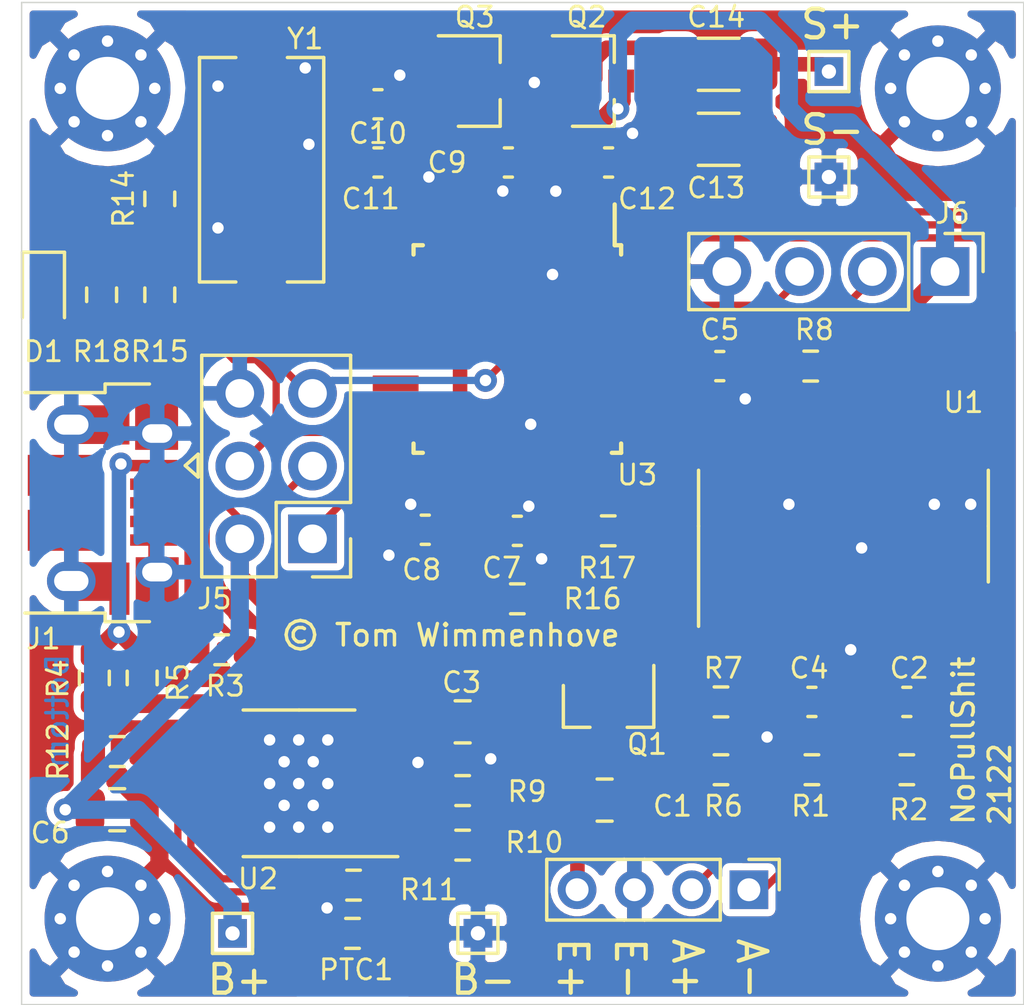
<source format=kicad_pcb>
(kicad_pcb (version 20171130) (host pcbnew 5.1.10-88a1d61d58~88~ubuntu18.04.1)
  (layers (0 F.Cu signal) (31 B.Cu signal) (34 B.Paste user) (35 F.Paste user) (36 B.SilkS user) (37 F.SilkS user) (38 B.Mask user) (39 F.Mask user) (44 Edge.Cuts user))
  (net 0 "")
  (net 1 GND)
  (net 2 "Net-(C1-Pad1)")
  (net 3 "Net-(C2-Pad1)")
  (net 4 "Net-(C2-Pad2)")
  (net 5 "Net-(C3-Pad1)")
  (net 6 "Net-(C4-Pad2)")
  (net 7 "Net-(C5-Pad2)")
  (net 8 VCC)
  (net 9 "Net-(C7-Pad1)")
  (net 10 "Net-(C10-Pad2)")
  (net 11 "Net-(C11-Pad2)")
  (net 12 "Net-(C13-Pad1)")
  (net 13 "Net-(C13-Pad2)")
  (net 14 "Net-(D1-Pad1)")
  (net 15 /LED_A)
  (net 16 "Net-(J1-Pad1)")
  (net 17 "Net-(J1-Pad2)")
  (net 18 "Net-(J1-Pad3)")
  (net 19 "Net-(J1-Pad4)")
  (net 20 "Net-(J2-Pad2)")
  (net 21 "Net-(J5-Pad1)")
  (net 22 "Net-(J5-Pad3)")
  (net 23 "Net-(J5-Pad4)")
  (net 24 "Net-(J5-Pad5)")
  (net 25 "Net-(J6-Pad3)")
  (net 26 "Net-(J6-Pad2)")
  (net 27 "Net-(PTC1-Pad1)")
  (net 28 "Net-(R6-Pad1)")
  (net 29 "Net-(R9-Pad1)")
  (net 30 "Net-(R12-Pad1)")
  (net 31 /LED_B)
  (net 32 "Net-(R16-Pad2)")
  (net 33 "Net-(R17-Pad2)")
  (net 34 /SCK)
  (net 35 /DOUT)
  (net 36 "Net-(U1-Pad13)")
  (net 37 /RATE)
  (net 38 /N_BATT_STDBY)
  (net 39 /N_BATT_CHRG)
  (net 40 "Net-(U3-Pad12)")
  (net 41 "Net-(U3-Pad13)")
  (net 42 "Net-(U3-Pad19)")
  (net 43 "Net-(U3-Pad22)")
  (net 44 "Net-(U3-Pad27)")
  (net 45 "Net-(U3-Pad28)")
  (net 46 "Net-(Q1-Pad1)")
  (net 47 "Net-(Q2-Pad1)")
  (net 48 "Net-(U3-Pad11)")
  (net 49 "Net-(U3-Pad14)")
  (net 50 "Net-(J2-Pad1)")
  (module Resistor_SMD:R_0603_1608Metric (layer F.Cu) (at 32.385 53.006 180)
    (fp_text reference R3 (at -0.127 -1.27) (layer F.SilkS) (effects (font (size 0.7 0.7) (thickness 0.1))))
    (fp_text value 200)
    (pad 2 smd roundrect (at 0.825 0 180) (size 0.8 0.95) (layers F.Cu F.Paste F.Mask) (net 18 "Net-(J1-Pad3)"))
    (pad 1 smd roundrect (at -0.825 0 180) (size 0.8 0.95) (layers F.Cu F.Paste F.Mask) (net 17 "Net-(J1-Pad2)"))
  )
  (module Crystal:Crystal_SMD_ECS_CSM3X-2Pin_7.6x4.1mm (layer F.Cu) (at 33.782 36.242 270)
    (fp_text reference Y1 (at -4.572 -1.524 180) (layer F.SilkS) (effects (font (size 0.7 0.7) (thickness 0.1))))
    (fp_text value 16MHz)
    (pad 2 smd rect (at 2.75 0 270) (size 3.5 1.2) (layers F.Cu F.Paste F.Mask) (net 11 "Net-(C11-Pad2)"))
    (pad 1 smd rect (at -2.75 0 270) (size 3.5 1.2) (layers F.Cu F.Paste F.Mask) (net 10 "Net-(C10-Pad2)"))
  )
  (module Resistor_SMD:R_0603_1608Metric (layer F.Cu) (at 30.226 40.608 90)
    (fp_text reference R15 (at -1.984 0) (layer F.SilkS) (effects (font (size 0.7 0.7) (thickness 0.1))))
    (fp_text value 10k)
    (pad 1 smd roundrect (at -0.825 0 90) (size 0.8 0.95) (layers F.Cu F.Paste F.Mask) (net 8 VCC))
    (pad 2 smd roundrect (at 0.825 0 90) (size 0.8 0.95) (layers F.Cu F.Paste F.Mask) (net 24 "Net-(J5-Pad5)"))
  )
  (module Package_TO_SOT_SMD:SOT-23 (layer F.Cu) (at 45.339 33.144001)
    (fp_text reference Q2 (at -0.206001 -2.236001) (layer F.SilkS) (effects (font (size 0.7 0.7) (thickness 0.1))))
    (fp_text value BC817)
    (pad 1 smd rect (at -1 -0.95) (size 0.9 0.8) (layers F.Cu F.Paste F.Mask) (net 47 "Net-(Q2-Pad1)"))
    (pad 2 smd rect (at -1 0.95) (size 0.9 0.8) (layers F.Cu F.Paste F.Mask) (net 13 "Net-(C13-Pad2)"))
    (pad 3 smd rect (at 1 0) (size 0.9 0.8) (layers F.Cu F.Paste F.Mask) (net 8 VCC))
  )
  (module Connector_PinHeader_2.54mm:PinHeader_2x03_P2.54mm_Vertical (layer F.Cu) (at 35.56 49.132 180)
    (fp_text reference J5 (at 3.429 -2.096) (layer F.SilkS) (effects (font (size 0.7 0.7) (thickness 0.1))))
    (fp_text value ICSP)
    (pad 6 thru_hole oval (at 2.54 5.08 180) (size 1.7 1.7) (drill 1) (layers *.Cu *.Mask) (net 1 GND))
    (pad 5 thru_hole oval (at 0 5.08 180) (size 1.7 1.7) (drill 1) (layers *.Cu *.Mask) (net 24 "Net-(J5-Pad5)"))
    (pad 4 thru_hole oval (at 2.54 2.54 180) (size 1.7 1.7) (drill 1) (layers *.Cu *.Mask) (net 23 "Net-(J5-Pad4)"))
    (pad 3 thru_hole oval (at 0 2.54 180) (size 1.7 1.7) (drill 1) (layers *.Cu *.Mask) (net 22 "Net-(J5-Pad3)"))
    (pad 2 thru_hole oval (at 2.54 0 180) (size 1.7 1.7) (drill 1) (layers *.Cu *.Mask) (net 8 VCC))
    (pad 1 thru_hole rect (at 0 0 180) (size 1.7 1.7) (drill 1) (layers *.Cu *.Mask) (net 21 "Net-(J5-Pad1)"))
  )
  (module Package_QFP:TQFP-32_7x7mm_P0.8mm (layer F.Cu) (at 42.713 42.503 270)
    (fp_text reference U3 (at 4.397 -4.187 180) (layer F.SilkS) (effects (font (size 0.7 0.7) (thickness 0.1))))
    (fp_text value ATmega328P-AU)
    (pad 32 smd rect (at -2.8 -4.25) (size 1.6 0.55) (layers F.Cu F.Paste F.Mask) (net 37 /RATE))
    (pad 31 smd rect (at -2 -4.25) (size 1.6 0.55) (layers F.Cu F.Paste F.Mask) (net 25 "Net-(J6-Pad3)"))
    (pad 30 smd rect (at -1.2 -4.25) (size 1.6 0.55) (layers F.Cu F.Paste F.Mask) (net 26 "Net-(J6-Pad2)"))
    (pad 29 smd rect (at -0.4 -4.25) (size 1.6 0.55) (layers F.Cu F.Paste F.Mask) (net 24 "Net-(J5-Pad5)"))
    (pad 28 smd rect (at 0.4 -4.25) (size 1.6 0.55) (layers F.Cu F.Paste F.Mask) (net 45 "Net-(U3-Pad28)"))
    (pad 27 smd rect (at 1.2 -4.25) (size 1.6 0.55) (layers F.Cu F.Paste F.Mask) (net 44 "Net-(U3-Pad27)"))
    (pad 26 smd rect (at 2 -4.25) (size 1.6 0.55) (layers F.Cu F.Paste F.Mask) (net 38 /N_BATT_STDBY))
    (pad 25 smd rect (at 2.8 -4.25) (size 1.6 0.55) (layers F.Cu F.Paste F.Mask) (net 39 /N_BATT_CHRG))
    (pad 24 smd rect (at 4.25 -2.8 270) (size 1.6 0.55) (layers F.Cu F.Paste F.Mask) (net 33 "Net-(R17-Pad2)"))
    (pad 23 smd rect (at 4.25 -2 270) (size 1.6 0.55) (layers F.Cu F.Paste F.Mask) (net 32 "Net-(R16-Pad2)"))
    (pad 22 smd rect (at 4.25 -1.2 270) (size 1.6 0.55) (layers F.Cu F.Paste F.Mask) (net 43 "Net-(U3-Pad22)"))
    (pad 21 smd rect (at 4.25 -0.4 270) (size 1.6 0.55) (layers F.Cu F.Paste F.Mask) (net 1 GND))
    (pad 20 smd rect (at 4.25 0.4 270) (size 1.6 0.55) (layers F.Cu F.Paste F.Mask) (net 9 "Net-(C7-Pad1)"))
    (pad 19 smd rect (at 4.25 1.2 270) (size 1.6 0.55) (layers F.Cu F.Paste F.Mask) (net 42 "Net-(U3-Pad19)"))
    (pad 18 smd rect (at 4.25 2 270) (size 1.6 0.55) (layers F.Cu F.Paste F.Mask) (net 8 VCC))
    (pad 17 smd rect (at 4.25 2.8 270) (size 1.6 0.55) (layers F.Cu F.Paste F.Mask) (net 22 "Net-(J5-Pad3)"))
    (pad 16 smd rect (at 2.8 4.25) (size 1.6 0.55) (layers F.Cu F.Paste F.Mask) (net 21 "Net-(J5-Pad1)"))
    (pad 15 smd rect (at 2 4.25) (size 1.6 0.55) (layers F.Cu F.Paste F.Mask) (net 23 "Net-(J5-Pad4)"))
    (pad 14 smd rect (at 1.2 4.25) (size 1.6 0.55) (layers F.Cu F.Paste F.Mask) (net 49 "Net-(U3-Pad14)"))
    (pad 13 smd rect (at 0.4 4.25) (size 1.6 0.55) (layers F.Cu F.Paste F.Mask) (net 41 "Net-(U3-Pad13)"))
    (pad 12 smd rect (at -0.4 4.25) (size 1.6 0.55) (layers F.Cu F.Paste F.Mask) (net 40 "Net-(U3-Pad12)"))
    (pad 11 smd rect (at -1.2 4.25) (size 1.6 0.55) (layers F.Cu F.Paste F.Mask) (net 48 "Net-(U3-Pad11)"))
    (pad 10 smd rect (at -2 4.25) (size 1.6 0.55) (layers F.Cu F.Paste F.Mask) (net 15 /LED_A))
    (pad 9 smd rect (at -2.8 4.25) (size 1.6 0.55) (layers F.Cu F.Paste F.Mask) (net 31 /LED_B))
    (pad 8 smd rect (at -4.25 2.8 270) (size 1.6 0.55) (layers F.Cu F.Paste F.Mask) (net 11 "Net-(C11-Pad2)"))
    (pad 7 smd rect (at -4.25 2 270) (size 1.6 0.55) (layers F.Cu F.Paste F.Mask) (net 10 "Net-(C10-Pad2)"))
    (pad 6 smd rect (at -4.25 1.2 270) (size 1.6 0.55) (layers F.Cu F.Paste F.Mask) (net 8 VCC))
    (pad 5 smd rect (at -4.25 0.4 270) (size 1.6 0.55) (layers F.Cu F.Paste F.Mask) (net 1 GND))
    (pad 4 smd rect (at -4.25 -0.4 270) (size 1.6 0.55) (layers F.Cu F.Paste F.Mask) (net 8 VCC))
    (pad 3 smd rect (at -4.25 -1.2 270) (size 1.6 0.55) (layers F.Cu F.Paste F.Mask) (net 1 GND))
    (pad 2 smd rect (at -4.25 -2 270) (size 1.6 0.55) (layers F.Cu F.Paste F.Mask) (net 34 /SCK))
    (pad 1 smd rect (at -4.25 -2.8 270) (size 1.6 0.55) (layers F.Cu F.Paste F.Mask) (net 35 /DOUT))
  )
  (module Connector_PinHeader_2.00mm:PinHeader_1x04_P2.00mm_Vertical (layer F.Cu) (at 50.8 61.388 270)
    (fp_text reference J2 hide)
    (fp_text value "Load cell")
    (pad 4 thru_hole oval (at 0 6 270) (size 1.35 1.35) (drill 0.8) (layers *.Cu *.Mask) (net 2 "Net-(C1-Pad1)"))
    (pad 3 thru_hole oval (at 0 4 270) (size 1.35 1.35) (drill 0.8) (layers *.Cu *.Mask) (net 1 GND))
    (pad 2 thru_hole oval (at 0 2 270) (size 1.35 1.35) (drill 0.8) (layers *.Cu *.Mask) (net 20 "Net-(J2-Pad2)"))
    (pad 1 thru_hole rect (at 0 0 270) (size 1.35 1.35) (drill 0.8) (layers *.Cu *.Mask) (net 50 "Net-(J2-Pad1)"))
  )
  (module Capacitor_SMD:C_0603_1608Metric (layer F.Cu) (at 42.713 48.853)
    (fp_text reference C7 (at -0.549 1.297) (layer F.SilkS) (effects (font (size 0.7 0.7) (thickness 0.1))))
    (fp_text value 100n)
    (pad 2 smd roundrect (at 0.775 0) (size 0.9 0.95) (layers F.Cu F.Paste F.Mask) (net 1 GND))
    (pad 1 smd roundrect (at -0.775 0) (size 0.9 0.95) (layers F.Cu F.Paste F.Mask) (net 9 "Net-(C7-Pad1)"))
  )
  (module Capacitor_SMD:C_0603_1608Metric (layer F.Cu) (at 39.497 48.815 180)
    (fp_text reference C8 (at 0.127 -1.397) (layer F.SilkS) (effects (font (size 0.7 0.7) (thickness 0.1))))
    (fp_text value 100n)
    (pad 1 smd roundrect (at -0.775 0 180) (size 0.9 0.95) (layers F.Cu F.Paste F.Mask) (net 8 VCC))
    (pad 2 smd roundrect (at 0.775 0 180) (size 0.9 0.95) (layers F.Cu F.Paste F.Mask) (net 1 GND))
  )
  (module Resistor_SMD:R_0603_1608Metric (layer F.Cu) (at 28.738 56.562 180)
    (fp_text reference R12 (at 2.068 0 90) (layer F.SilkS) (effects (font (size 0.7 0.7) (thickness 0.1))))
    (fp_text value 0R)
    (pad 2 smd roundrect (at 0.825 0 180) (size 0.8 0.95) (layers F.Cu F.Paste F.Mask) (net 8 VCC))
    (pad 1 smd roundrect (at -0.825 0 180) (size 0.8 0.95) (layers F.Cu F.Paste F.Mask) (net 30 "Net-(R12-Pad1)"))
  )
  (module Capacitor_SMD:C_0603_1608Metric (layer F.Cu) (at 56.316 54.828 180)
    (fp_text reference C2 (at -0.084 1.178) (layer F.SilkS) (effects (font (size 0.7 0.7) (thickness 0.1))))
    (fp_text value 100n)
    (pad 2 smd roundrect (at 0.775 0 180) (size 0.9 0.95) (layers F.Cu F.Paste F.Mask) (net 4 "Net-(C2-Pad2)"))
    (pad 1 smd roundrect (at -0.775 0 180) (size 0.9 0.95) (layers F.Cu F.Paste F.Mask) (net 3 "Net-(C2-Pad1)"))
  )
  (module Capacitor_SMD:C_0603_1608Metric (layer F.Cu) (at 53.001 54.828)
    (fp_text reference C4 (at -0.101 -1.178) (layer F.SilkS) (effects (font (size 0.7 0.7) (thickness 0.1))))
    (fp_text value 100n)
    (pad 2 smd roundrect (at 0.775 0) (size 0.9 0.95) (layers F.Cu F.Paste F.Mask) (net 6 "Net-(C4-Pad2)"))
    (pad 1 smd roundrect (at -0.775 0) (size 0.9 0.95) (layers F.Cu F.Paste F.Mask) (net 1 GND))
  )
  (module Capacitor_SMD:C_0603_1608Metric (layer F.Cu) (at 49.784 43.1 180)
    (fp_text reference C5 (at 0 1.27) (layer F.SilkS) (effects (font (size 0.7 0.7) (thickness 0.1))))
    (fp_text value 100n)
    (pad 1 smd roundrect (at -0.775 0 180) (size 0.9 0.95) (layers F.Cu F.Paste F.Mask) (net 1 GND))
    (pad 2 smd roundrect (at 0.775 0 180) (size 0.9 0.95) (layers F.Cu F.Paste F.Mask) (net 7 "Net-(C5-Pad2)"))
  )
  (module Capacitor_SMD:C_0603_1608Metric (layer F.Cu) (at 42.4 35.988)
    (fp_text reference C9 (at -2.141 0) (layer F.SilkS) (effects (font (size 0.7 0.7) (thickness 0.1))))
    (fp_text value 100n)
    (pad 2 smd roundrect (at 0.775 0) (size 0.9 0.95) (layers F.Cu F.Paste F.Mask) (net 8 VCC))
    (pad 1 smd roundrect (at -0.775 0) (size 0.9 0.95) (layers F.Cu F.Paste F.Mask) (net 1 GND))
  )
  (module Capacitor_SMD:C_0603_1608Metric (layer F.Cu) (at 37.846 33.956 180)
    (fp_text reference C10 (at 0 -1.016) (layer F.SilkS) (effects (font (size 0.7 0.7) (thickness 0.1))))
    (fp_text value 18p)
    (pad 2 smd roundrect (at 0.775 0 180) (size 0.9 0.95) (layers F.Cu F.Paste F.Mask) (net 10 "Net-(C10-Pad2)"))
    (pad 1 smd roundrect (at -0.775 0 180) (size 0.9 0.95) (layers F.Cu F.Paste F.Mask) (net 1 GND))
  )
  (module Capacitor_SMD:C_0603_1608Metric (layer F.Cu) (at 37.846 35.988 180)
    (fp_text reference C11 (at 0.254 -1.27) (layer F.SilkS) (effects (font (size 0.7 0.7) (thickness 0.1))))
    (fp_text value 18p)
    (pad 1 smd roundrect (at -0.775 0 180) (size 0.9 0.95) (layers F.Cu F.Paste F.Mask) (net 1 GND))
    (pad 2 smd roundrect (at 0.775 0 180) (size 0.9 0.95) (layers F.Cu F.Paste F.Mask) (net 11 "Net-(C11-Pad2)"))
  )
  (module Capacitor_SMD:C_0603_1608Metric (layer F.Cu) (at 45.9 35.988 180)
    (fp_text reference C12 (at -1.344 -1.27) (layer F.SilkS) (effects (font (size 0.7 0.7) (thickness 0.1))))
    (fp_text value 100n)
    (pad 2 smd roundrect (at 0.775 0 180) (size 0.9 0.95) (layers F.Cu F.Paste F.Mask) (net 8 VCC))
    (pad 1 smd roundrect (at -0.775 0 180) (size 0.9 0.95) (layers F.Cu F.Paste F.Mask) (net 1 GND))
  )
  (module LED_SMD:LED_0603_1608Metric (layer F.Cu) (at 26.162 40.608 270)
    (fp_text reference D1 (at 1.984 0 180) (layer F.SilkS) (effects (font (size 0.7 0.7) (thickness 0.1))))
    (fp_text value Indicator)
    (pad 2 smd roundrect (at 0.7875 0 270) (size 0.875 0.95) (layers F.Cu F.Paste F.Mask) (net 15 /LED_A))
    (pad 1 smd roundrect (at -0.7875 0 270) (size 0.875 0.95) (layers F.Cu F.Paste F.Mask) (net 14 "Net-(D1-Pad1)"))
  )
  (module Resistor_SMD:R_0603_1608Metric (layer F.Cu) (at 36.957 62.912 180)
    (fp_text reference PTC1 (at -0.127 -1.27) (layer F.SilkS) (effects (font (size 0.7 0.7) (thickness 0.1))))
    (fp_text value NTCG103UH103JT1)
    (pad 2 smd roundrect (at 0.825 0 180) (size 0.8 0.95) (layers F.Cu F.Paste F.Mask) (net 1 GND))
    (pad 1 smd roundrect (at -0.825 0 180) (size 0.8 0.95) (layers F.Cu F.Paste F.Mask) (net 27 "Net-(PTC1-Pad1)"))
  )
  (module Resistor_SMD:R_0603_1608Metric (layer F.Cu) (at 53.001 57.197 180)
    (fp_text reference R1 (at 0.042 -1.27 180) (layer F.SilkS) (effects (font (size 0.7 0.7) (thickness 0.1))))
    (fp_text value 100R)
    (pad 2 smd roundrect (at 0.825 0 180) (size 0.8 0.95) (layers F.Cu F.Paste F.Mask) (net 20 "Net-(J2-Pad2)"))
    (pad 1 smd roundrect (at -0.825 0 180) (size 0.8 0.95) (layers F.Cu F.Paste F.Mask) (net 4 "Net-(C2-Pad2)"))
  )
  (module Resistor_SMD:R_0603_1608Metric (layer F.Cu) (at 56.316 57.197 180)
    (fp_text reference R2 (at -0.072 -1.397) (layer F.SilkS) (effects (font (size 0.7 0.7) (thickness 0.1))))
    (fp_text value 100R)
    (pad 1 smd roundrect (at -0.825 0 180) (size 0.8 0.95) (layers F.Cu F.Paste F.Mask) (net 3 "Net-(C2-Pad1)"))
    (pad 2 smd roundrect (at 0.825 0 180) (size 0.8 0.95) (layers F.Cu F.Paste F.Mask) (net 50 "Net-(J2-Pad1)"))
  )
  (module Resistor_SMD:R_0603_1608Metric (layer F.Cu) (at 27.94 53.991 90)
    (fp_text reference R4 (at -0.031 -1.27 90) (layer F.SilkS) (effects (font (size 0.7 0.7) (thickness 0.1))))
    (fp_text value 1R)
    (pad 1 smd roundrect (at -0.825 0 90) (size 0.8 0.95) (layers F.Cu F.Paste F.Mask) (net 5 "Net-(C3-Pad1)"))
    (pad 2 smd roundrect (at 0.825 0 90) (size 0.8 0.95) (layers F.Cu F.Paste F.Mask) (net 16 "Net-(J1-Pad1)"))
  )
  (module Resistor_SMD:R_0603_1608Metric (layer F.Cu) (at 29.61 53.991 90)
    (fp_text reference R5 (at -0.158 1.251 270) (layer F.SilkS) (effects (font (size 0.7 0.7) (thickness 0.1))))
    (fp_text value 1R)
    (pad 2 smd roundrect (at 0.825 0 90) (size 0.8 0.95) (layers F.Cu F.Paste F.Mask) (net 16 "Net-(J1-Pad1)"))
    (pad 1 smd roundrect (at -0.825 0 90) (size 0.8 0.95) (layers F.Cu F.Paste F.Mask) (net 5 "Net-(C3-Pad1)"))
  )
  (module Resistor_SMD:R_0603_1608Metric (layer F.Cu) (at 49.826 57.197)
    (fp_text reference R6 (at 0.085 1.27) (layer F.SilkS) (effects (font (size 0.7 0.7) (thickness 0.1))))
    (fp_text value 18k)
    (pad 2 smd roundrect (at 0.825 0) (size 0.8 0.95) (layers F.Cu F.Paste F.Mask) (net 1 GND))
    (pad 1 smd roundrect (at -0.825 0) (size 0.8 0.95) (layers F.Cu F.Paste F.Mask) (net 28 "Net-(R6-Pad1)"))
  )
  (module Resistor_SMD:R_0603_1608Metric (layer F.Cu) (at 49.826 54.828)
    (fp_text reference R7 (at 0.074 -1.178) (layer F.SilkS) (effects (font (size 0.7 0.7) (thickness 0.1))))
    (fp_text value 20k)
    (pad 1 smd roundrect (at -0.825 0) (size 0.8 0.95) (layers F.Cu F.Paste F.Mask) (net 2 "Net-(C1-Pad1)"))
    (pad 2 smd roundrect (at 0.825 0) (size 0.8 0.95) (layers F.Cu F.Paste F.Mask) (net 28 "Net-(R6-Pad1)"))
  )
  (module Resistor_SMD:R_0603_1608Metric (layer F.Cu) (at 52.959 43.1)
    (fp_text reference R8 (at 0.127 -1.27) (layer F.SilkS) (effects (font (size 0.7 0.7) (thickness 0.1))))
    (fp_text value 0R)
    (pad 1 smd roundrect (at -0.825 0) (size 0.8 0.95) (layers F.Cu F.Paste F.Mask) (net 7 "Net-(C5-Pad2)"))
    (pad 2 smd roundrect (at 0.825 0) (size 0.8 0.95) (layers F.Cu F.Paste F.Mask) (net 8 VCC))
  )
  (module Resistor_SMD:R_0603_1608Metric (layer F.Cu) (at 40.803 57.925)
    (fp_text reference R9 (at 2.25 0.034 180) (layer F.SilkS) (effects (font (size 0.7 0.7) (thickness 0.1))))
    (fp_text value 2k)
    (pad 1 smd roundrect (at -0.825 0) (size 0.8 0.95) (layers F.Cu F.Paste F.Mask) (net 29 "Net-(R9-Pad1)"))
    (pad 2 smd roundrect (at 0.825 0) (size 0.8 0.95) (layers F.Cu F.Paste F.Mask) (net 1 GND))
  )
  (module Resistor_SMD:R_0603_1608Metric (layer F.Cu) (at 40.803 59.83 180)
    (fp_text reference R10 (at -2.504 0.093 180) (layer F.SilkS) (effects (font (size 0.7 0.7) (thickness 0.1))))
    (fp_text value 4870)
    (pad 2 smd roundrect (at 0.825 0 180) (size 0.8 0.95) (layers F.Cu F.Paste F.Mask) (net 27 "Net-(PTC1-Pad1)"))
    (pad 1 smd roundrect (at -0.825 0 180) (size 0.8 0.95) (layers F.Cu F.Paste F.Mask) (net 5 "Net-(C3-Pad1)"))
  )
  (module Resistor_SMD:R_0603_1608Metric (layer F.Cu) (at 36.993 61.227 180)
    (fp_text reference R11 (at -2.631 -0.161) (layer F.SilkS) (effects (font (size 0.7 0.7) (thickness 0.1))))
    (fp_text value 86k6)
    (pad 1 smd roundrect (at -0.825 0 180) (size 0.8 0.95) (layers F.Cu F.Paste F.Mask) (net 27 "Net-(PTC1-Pad1)"))
    (pad 2 smd roundrect (at 0.825 0 180) (size 0.8 0.95) (layers F.Cu F.Paste F.Mask) (net 1 GND))
  )
  (module Resistor_SMD:R_0603_1608Metric (layer F.Cu) (at 30.226 37.258 90)
    (fp_text reference R14 (at 0 -1.27 270) (layer F.SilkS) (effects (font (size 0.7 0.7) (thickness 0.1))))
    (fp_text value 330)
    (pad 1 smd roundrect (at -0.825 0 90) (size 0.8 0.95) (layers F.Cu F.Paste F.Mask) (net 31 /LED_B))
    (pad 2 smd roundrect (at 0.825 0 90) (size 0.8 0.95) (layers F.Cu F.Paste F.Mask) (net 14 "Net-(D1-Pad1)"))
  )
  (module Resistor_SMD:R_0603_1608Metric (layer F.Cu) (at 42.713 51.228)
    (fp_text reference R16 (at 2.626 0 180) (layer F.SilkS) (effects (font (size 0.7 0.7) (thickness 0.1))))
    (fp_text value 1M)
    (pad 2 smd roundrect (at 0.825 0) (size 0.8 0.95) (layers F.Cu F.Paste F.Mask) (net 32 "Net-(R16-Pad2)"))
    (pad 1 smd roundrect (at -0.825 0) (size 0.8 0.95) (layers F.Cu F.Paste F.Mask) (net 8 VCC))
  )
  (module Resistor_SMD:R_0603_1608Metric (layer F.Cu) (at 45.888 48.853)
    (fp_text reference R17 (at -0.041 1.297 180) (layer F.SilkS) (effects (font (size 0.7 0.7) (thickness 0.1))))
    (fp_text value 220k)
    (pad 1 smd roundrect (at -0.825 0) (size 0.8 0.95) (layers F.Cu F.Paste F.Mask) (net 32 "Net-(R16-Pad2)"))
    (pad 2 smd roundrect (at 0.825 0) (size 0.8 0.95) (layers F.Cu F.Paste F.Mask) (net 33 "Net-(R17-Pad2)"))
  )
  (module Resistor_SMD:R_0603_1608Metric (layer F.Cu) (at 28.194 40.608 270)
    (fp_text reference R18 (at 1.984 0 180) (layer F.SilkS) (effects (font (size 0.7 0.7) (thickness 0.1))))
    (fp_text value 1k)
    (pad 2 smd roundrect (at 0.825 0 270) (size 0.8 0.95) (layers F.Cu F.Paste F.Mask) (net 23 "Net-(J5-Pad4)"))
    (pad 1 smd roundrect (at -0.825 0 270) (size 0.8 0.95) (layers F.Cu F.Paste F.Mask) (net 47 "Net-(Q2-Pad1)"))
  )
  (module Package_SO:SOP-16_3.9x9.9mm_P1.27mm (layer F.Cu) (at 54.102 48.688 90)
    (fp_text reference U1 (at 4.318 4.191 180) (layer F.SilkS) (effects (font (size 0.7 0.7) (thickness 0.1))))
    (fp_text value HX711)
    (pad 16 smd roundrect (at 2.5 -4.445 90) (size 2 0.6) (layers F.Cu F.Paste F.Mask) (net 7 "Net-(C5-Pad2)"))
    (pad 15 smd roundrect (at 2.5 -3.175 90) (size 2 0.6) (layers F.Cu F.Paste F.Mask) (net 37 /RATE))
    (pad 14 smd roundrect (at 2.5 -1.905 90) (size 2 0.6) (layers F.Cu F.Paste F.Mask) (net 1 GND))
    (pad 13 smd roundrect (at 2.5 -0.635 90) (size 2 0.6) (layers F.Cu F.Paste F.Mask) (net 36 "Net-(U1-Pad13)"))
    (pad 12 smd roundrect (at 2.5 0.635 90) (size 2 0.6) (layers F.Cu F.Paste F.Mask) (net 35 /DOUT))
    (pad 11 smd roundrect (at 2.5 1.905 90) (size 2 0.6) (layers F.Cu F.Paste F.Mask) (net 34 /SCK))
    (pad 10 smd roundrect (at 2.5 3.175 90) (size 2 0.6) (layers F.Cu F.Paste F.Mask) (net 1 GND))
    (pad 9 smd roundrect (at 2.5 4.445 90) (size 2 0.6) (layers F.Cu F.Paste F.Mask) (net 1 GND))
    (pad 8 smd roundrect (at -2.5 4.445 90) (size 2 0.6) (layers F.Cu F.Paste F.Mask) (net 3 "Net-(C2-Pad1)"))
    (pad 7 smd roundrect (at -2.5 3.175 90) (size 2 0.6) (layers F.Cu F.Paste F.Mask) (net 4 "Net-(C2-Pad2)"))
    (pad 6 smd roundrect (at -2.5 1.905 90) (size 2 0.6) (layers F.Cu F.Paste F.Mask) (net 6 "Net-(C4-Pad2)"))
    (pad 5 smd roundrect (at -2.5 0.635 90) (size 2 0.6) (layers F.Cu F.Paste F.Mask) (net 1 GND))
    (pad 4 smd roundrect (at -2.5 -0.635 90) (size 2 0.6) (layers F.Cu F.Paste F.Mask) (net 28 "Net-(R6-Pad1)"))
    (pad 3 smd roundrect (at -2.5 -1.905 90) (size 2 0.6) (layers F.Cu F.Paste F.Mask) (net 2 "Net-(C1-Pad1)"))
    (pad 2 smd roundrect (at -2.5 -3.175 90) (size 2 0.6) (layers F.Cu F.Paste F.Mask) (net 46 "Net-(Q1-Pad1)"))
    (pad 1 smd roundrect (at -2.5 -4.445 90) (size 2 0.6) (layers F.Cu F.Paste F.Mask) (net 7 "Net-(C5-Pad2)"))
  )
  (module Package_SO:SOP-8_3.9x4.9mm_P1.27mm (layer F.Cu) (at 35.088 57.671 180)
    (fp_text reference U2 (at 1.433 -3.336) (layer F.SilkS) (effects (font (size 0.7 0.7) (thickness 0.1))))
    (fp_text value TP4056)
    (pad 8 smd roundrect (at 2.625 -1.905 180) (size 1.65 0.6) (layers F.Cu F.Paste F.Mask) (net 5 "Net-(C3-Pad1)"))
    (pad 7 smd roundrect (at 2.625 -0.635 180) (size 1.65 0.6) (layers F.Cu F.Paste F.Mask) (net 39 /N_BATT_CHRG))
    (pad 6 smd roundrect (at 2.625 0.635 180) (size 1.65 0.6) (layers F.Cu F.Paste F.Mask) (net 38 /N_BATT_STDBY))
    (pad 5 smd roundrect (at 2.625 1.905 180) (size 1.65 0.6) (layers F.Cu F.Paste F.Mask) (net 30 "Net-(R12-Pad1)"))
    (pad 4 smd roundrect (at -2.625 1.905 180) (size 1.65 0.6) (layers F.Cu F.Paste F.Mask) (net 5 "Net-(C3-Pad1)"))
    (pad 3 smd roundrect (at -2.625 0.635 180) (size 1.65 0.6) (layers F.Cu F.Paste F.Mask) (net 1 GND))
    (pad 2 smd roundrect (at -2.625 -0.635 180) (size 1.65 0.6) (layers F.Cu F.Paste F.Mask) (net 29 "Net-(R9-Pad1)"))
    (pad 1 smd roundrect (at -2.625 -1.905 180) (size 1.65 0.6) (layers F.Cu F.Paste F.Mask) (net 27 "Net-(PTC1-Pad1)"))
  )
  (module Package_TO_SOT_SMD:SOT-23 (layer F.Cu) (at 45.9 54.955 270)
    (fp_text reference Q1 (at 1.353 -1.344) (layer F.SilkS) (effects (font (size 0.7 0.7) (thickness 0.1))))
    (fp_text value BC808)
    (pad 3 smd rect (at 1 0 270) (size 0.9 0.8) (layers F.Cu F.Paste F.Mask) (net 2 "Net-(C1-Pad1)"))
    (pad 2 smd rect (at -1 0.95 270) (size 0.9 0.8) (layers F.Cu F.Paste F.Mask) (net 7 "Net-(C5-Pad2)"))
    (pad 1 smd rect (at -1 -0.95 270) (size 0.9 0.8) (layers F.Cu F.Paste F.Mask) (net 46 "Net-(Q1-Pad1)"))
  )
  (module Package_TO_SOT_SMD:SOT-23 (layer F.Cu) (at 41.354001 33.144001)
    (fp_text reference Q3 (at -0.127 -2.236001) (layer F.SilkS) (effects (font (size 0.7 0.7) (thickness 0.1))))
    (fp_text value BC808)
    (pad 3 smd rect (at 1 0) (size 0.9 0.8) (layers F.Cu F.Paste F.Mask) (net 1 GND))
    (pad 2 smd rect (at -1 0.95) (size 0.9 0.8) (layers F.Cu F.Paste F.Mask) (net 13 "Net-(C13-Pad2)"))
    (pad 1 smd rect (at -1 -0.95) (size 0.9 0.8) (layers F.Cu F.Paste F.Mask) (net 47 "Net-(Q2-Pad1)"))
  )
  (module Capacitor_SMD:C_1206_3216Metric (layer F.Cu) (at 49.744999 35.179 180)
    (fp_text reference C13 (at 0.087999 -1.698) (layer F.SilkS) (effects (font (size 0.7 0.7) (thickness 0.1))))
    (fp_text value 100u)
    (pad 1 smd roundrect (at -1.475 0 180) (size 1.15 1.8) (layers F.Cu F.Paste F.Mask) (roundrect_rratio 0.2173904347826087) (net 12 "Net-(C13-Pad1)"))
    (pad 2 smd roundrect (at 1.475 0 180) (size 1.15 1.8) (layers F.Cu F.Paste F.Mask) (roundrect_rratio 0.2173904347826087) (net 13 "Net-(C13-Pad2)"))
  )
  (module Capacitor_SMD:C_1206_3216Metric (layer F.Cu) (at 49.744999 32.558999 180)
    (fp_text reference C14 (at 0.087999 1.650999) (layer F.SilkS) (effects (font (size 0.7 0.7) (thickness 0.1))))
    (fp_text value 100u)
    (pad 2 smd roundrect (at 1.475 0 180) (size 1.15 1.8) (layers F.Cu F.Paste F.Mask) (roundrect_rratio 0.2173904347826087) (net 13 "Net-(C13-Pad2)"))
    (pad 1 smd roundrect (at -1.475 0 180) (size 1.15 1.8) (layers F.Cu F.Paste F.Mask) (roundrect_rratio 0.2173904347826087) (net 12 "Net-(C13-Pad1)"))
  )
  (module TestPoint:TestPoint_THTPad_1.0x1.0mm_Drill0.5mm (layer F.Cu) (at 32.766 62.912 180)
    (fp_text reference J3 hide)
    (fp_text value Batt+)
    (pad 1 thru_hole rect (at 0 0 180) (size 1 1) (drill 0.5) (layers *.Cu *.Mask) (net 8 VCC))
  )
  (module TestPoint:TestPoint_THTPad_1.0x1.0mm_Drill0.5mm (layer F.Cu) (at 41.336 62.908)
    (fp_text reference J4 hide)
    (fp_text value Batt-)
    (pad 1 thru_hole rect (at 0 0) (size 1 1) (drill 0.5) (layers *.Cu *.Mask) (net 1 GND))
  )
  (module TestPoint:TestPoint_THTPad_1.0x1.0mm_Drill0.5mm (layer F.Cu) (at 53.594 32.813)
    (fp_text reference J7 hide)
    (fp_text value Spk+)
    (pad 1 thru_hole rect (at 0 0) (size 1 1) (drill 0.5) (layers *.Cu *.Mask) (net 12 "Net-(C13-Pad1)"))
  )
  (module TestPoint:TestPoint_THTPad_1.0x1.0mm_Drill0.5mm (layer F.Cu) (at 53.594 36.496)
    (fp_text reference J8 hide)
    (fp_text value Spk-)
    (pad 1 thru_hole rect (at 0 0) (size 1 1) (drill 0.5) (layers *.Cu *.Mask) (net 1 GND))
  )
  (module MountingHole:MountingHole_2.2mm_M2_Pad_Via (layer F.Cu) (at 28.4 62.4)
    (fp_text reference H1 hide)
    (fp_text value MountingHole_Pad)
    (pad 1 thru_hole circle (at 0 0) (size 4.4 4.4) (drill 2.2) (layers *.Cu *.Mask) (net 1 GND))
    (pad 1 thru_hole circle (at 1.65 0) (size 0.7 0.7) (drill 0.4) (layers *.Cu *.Mask) (net 1 GND))
    (pad 1 thru_hole circle (at 1.166726 1.166726) (size 0.7 0.7) (drill 0.4) (layers *.Cu *.Mask) (net 1 GND))
    (pad 1 thru_hole circle (at 0 1.65) (size 0.7 0.7) (drill 0.4) (layers *.Cu *.Mask) (net 1 GND))
    (pad 1 thru_hole circle (at -1.166726 1.166726) (size 0.7 0.7) (drill 0.4) (layers *.Cu *.Mask) (net 1 GND))
    (pad 1 thru_hole circle (at -1.65 0) (size 0.7 0.7) (drill 0.4) (layers *.Cu *.Mask) (net 1 GND))
    (pad 1 thru_hole circle (at -1.166726 -1.166726) (size 0.7 0.7) (drill 0.4) (layers *.Cu *.Mask) (net 1 GND))
    (pad 1 thru_hole circle (at 0 -1.65) (size 0.7 0.7) (drill 0.4) (layers *.Cu *.Mask) (net 1 GND))
    (pad 1 thru_hole circle (at 1.166726 -1.166726) (size 0.7 0.7) (drill 0.4) (layers *.Cu *.Mask) (net 1 GND))
  )
  (module MountingHole:MountingHole_2.2mm_M2_Pad_Via (layer F.Cu) (at 57.4 62.4)
    (fp_text reference H2 hide)
    (fp_text value MountingHole_Pad)
    (pad 1 thru_hole circle (at 1.166726 -1.166726) (size 0.7 0.7) (drill 0.4) (layers *.Cu *.Mask) (net 1 GND))
    (pad 1 thru_hole circle (at 0 -1.65) (size 0.7 0.7) (drill 0.4) (layers *.Cu *.Mask) (net 1 GND))
    (pad 1 thru_hole circle (at -1.166726 -1.166726) (size 0.7 0.7) (drill 0.4) (layers *.Cu *.Mask) (net 1 GND))
    (pad 1 thru_hole circle (at -1.65 0) (size 0.7 0.7) (drill 0.4) (layers *.Cu *.Mask) (net 1 GND))
    (pad 1 thru_hole circle (at -1.166726 1.166726) (size 0.7 0.7) (drill 0.4) (layers *.Cu *.Mask) (net 1 GND))
    (pad 1 thru_hole circle (at 0 1.65) (size 0.7 0.7) (drill 0.4) (layers *.Cu *.Mask) (net 1 GND))
    (pad 1 thru_hole circle (at 1.166726 1.166726) (size 0.7 0.7) (drill 0.4) (layers *.Cu *.Mask) (net 1 GND))
    (pad 1 thru_hole circle (at 1.65 0) (size 0.7 0.7) (drill 0.4) (layers *.Cu *.Mask) (net 1 GND))
    (pad 1 thru_hole circle (at 0 0) (size 4.4 4.4) (drill 2.2) (layers *.Cu *.Mask) (net 1 GND))
  )
  (module MountingHole:MountingHole_2.2mm_M2_Pad_Via (layer F.Cu) (at 28.4 33.4)
    (fp_text reference H3 hide)
    (fp_text value MountingHole_Pad)
    (pad 1 thru_hole circle (at 0 0) (size 4.4 4.4) (drill 2.2) (layers *.Cu *.Mask) (net 1 GND))
    (pad 1 thru_hole circle (at 1.65 0) (size 0.7 0.7) (drill 0.4) (layers *.Cu *.Mask) (net 1 GND))
    (pad 1 thru_hole circle (at 1.166726 1.166726) (size 0.7 0.7) (drill 0.4) (layers *.Cu *.Mask) (net 1 GND))
    (pad 1 thru_hole circle (at 0 1.65) (size 0.7 0.7) (drill 0.4) (layers *.Cu *.Mask) (net 1 GND))
    (pad 1 thru_hole circle (at -1.166726 1.166726) (size 0.7 0.7) (drill 0.4) (layers *.Cu *.Mask) (net 1 GND))
    (pad 1 thru_hole circle (at -1.65 0) (size 0.7 0.7) (drill 0.4) (layers *.Cu *.Mask) (net 1 GND))
    (pad 1 thru_hole circle (at -1.166726 -1.166726) (size 0.7 0.7) (drill 0.4) (layers *.Cu *.Mask) (net 1 GND))
    (pad 1 thru_hole circle (at 0 -1.65) (size 0.7 0.7) (drill 0.4) (layers *.Cu *.Mask) (net 1 GND))
    (pad 1 thru_hole circle (at 1.166726 -1.166726) (size 0.7 0.7) (drill 0.4) (layers *.Cu *.Mask) (net 1 GND))
  )
  (module MountingHole:MountingHole_2.2mm_M2_Pad_Via (layer F.Cu) (at 57.4 33.4)
    (fp_text reference H4 hide)
    (fp_text value MountingHole_Pad)
    (pad 1 thru_hole circle (at 1.166726 -1.166726) (size 0.7 0.7) (drill 0.4) (layers *.Cu *.Mask) (net 1 GND))
    (pad 1 thru_hole circle (at 0 -1.65) (size 0.7 0.7) (drill 0.4) (layers *.Cu *.Mask) (net 1 GND))
    (pad 1 thru_hole circle (at -1.166726 -1.166726) (size 0.7 0.7) (drill 0.4) (layers *.Cu *.Mask) (net 1 GND))
    (pad 1 thru_hole circle (at -1.65 0) (size 0.7 0.7) (drill 0.4) (layers *.Cu *.Mask) (net 1 GND))
    (pad 1 thru_hole circle (at -1.166726 1.166726) (size 0.7 0.7) (drill 0.4) (layers *.Cu *.Mask) (net 1 GND))
    (pad 1 thru_hole circle (at 0 1.65) (size 0.7 0.7) (drill 0.4) (layers *.Cu *.Mask) (net 1 GND))
    (pad 1 thru_hole circle (at 1.166726 1.166726) (size 0.7 0.7) (drill 0.4) (layers *.Cu *.Mask) (net 1 GND))
    (pad 1 thru_hole circle (at 1.65 0) (size 0.7 0.7) (drill 0.4) (layers *.Cu *.Mask) (net 1 GND))
    (pad 1 thru_hole circle (at 0 0) (size 4.4 4.4) (drill 2.2) (layers *.Cu *.Mask) (net 1 GND))
  )
  (module Connector_PinHeader_2.54mm:PinHeader_1x04_P2.54mm_Vertical (layer F.Cu) (at 57.65 39.798 270)
    (fp_text reference J6 (at -2.032 -0.262 180) (layer F.SilkS) (effects (font (size 0.7 0.7) (thickness 0.1))))
    (fp_text value UART)
    (pad 4 thru_hole oval (at 0 7.62 270) (size 1.7 1.7) (drill 1) (layers *.Cu *.Mask) (net 1 GND))
    (pad 3 thru_hole oval (at 0 5.08 270) (size 1.7 1.7) (drill 1) (layers *.Cu *.Mask) (net 25 "Net-(J6-Pad3)"))
    (pad 2 thru_hole oval (at 0 2.54 270) (size 1.7 1.7) (drill 1) (layers *.Cu *.Mask) (net 26 "Net-(J6-Pad2)"))
    (pad 1 thru_hole rect (at 0 0 270) (size 1.7 1.7) (drill 1) (layers *.Cu *.Mask) (net 8 VCC))
  )
  (module Connector_USB:USB_Micro-B_Amphenol_10103594-0001LF_Horizontal (layer F.Cu) (at 28.25 47.9 270)
    (fp_text reference J1 (at 4.725 2.088 180) (layer F.SilkS) (effects (font (size 0.7 0.7) (thickness 0.1))))
    (fp_text value "USB Power")
    (pad 6 smd rect (at 0.935 1.385) (size 2.5 1.43) (layers F.Cu F.Paste F.Mask) (net 1 GND))
    (pad 6 smd rect (at -0.985 1.385) (size 2.5 1.43) (layers F.Cu F.Paste F.Mask) (net 1 GND))
    (pad 6 thru_hole oval (at 2.705 1.115) (size 1.7 1.35) (drill oval 1.2 0.7) (layers *.Cu *.Mask) (net 1 GND))
    (pad 6 thru_hole oval (at -2.755 1.115) (size 1.7 1.35) (drill oval 1.2 0.7) (layers *.Cu *.Mask) (net 1 GND))
    (pad 6 thru_hole oval (at 2.395 -1.885) (size 1.5 1.1) (drill oval 1.05 0.65) (layers *.Cu *.Mask) (net 1 GND))
    (pad 6 thru_hole oval (at -2.445 -1.885) (size 1.5 1.1) (drill oval 1.05 0.65) (layers *.Cu *.Mask) (net 1 GND))
    (pad 5 smd rect (at 1.275 -1.765) (size 1.65 0.4) (layers F.Cu F.Paste F.Mask) (net 1 GND))
    (pad 4 smd rect (at 0.625 -1.765) (size 1.65 0.4) (layers F.Cu F.Paste F.Mask) (net 19 "Net-(J1-Pad4)"))
    (pad 3 smd rect (at -0.025 -1.765) (size 1.65 0.4) (layers F.Cu F.Paste F.Mask) (net 18 "Net-(J1-Pad3)"))
    (pad 2 smd rect (at -0.675 -1.765) (size 1.65 0.4) (layers F.Cu F.Paste F.Mask) (net 17 "Net-(J1-Pad2)"))
    (pad 1 smd rect (at -1.325 -1.765) (size 1.65 0.4) (layers F.Cu F.Paste F.Mask) (net 16 "Net-(J1-Pad1)"))
    (pad 6 smd rect (at 2.875 -1.885 270) (size 2 1.5) (layers F.Cu F.Paste F.Mask) (net 1 GND))
    (pad 6 smd rect (at -2.875 -1.865 270) (size 2 1.5) (layers F.Cu F.Paste F.Mask) (net 1 GND))
    (pad 6 smd rect (at 2.975 -0.565 270) (size 1.825 0.7) (layers F.Cu F.Paste F.Mask) (net 1 GND))
    (pad 6 smd rect (at -2.975 -0.565 270) (size 1.825 0.7) (layers F.Cu F.Paste F.Mask) (net 1 GND))
    (pad 6 smd rect (at -2.755 0.185 270) (size 1.35 2) (layers F.Cu F.Paste F.Mask) (net 1 GND))
    (pad 6 smd rect (at 2.725 0.185 270) (size 1.35 2) (layers F.Cu F.Paste F.Mask) (net 1 GND))
  )
  (module Capacitor_SMD:C_0805_2012Metric (layer F.Cu) (at 45.762 58.257)
    (fp_text reference C1 (at 2.371 0.21) (layer F.SilkS) (effects (font (size 0.7 0.7) (thickness 0.1))))
    (fp_text value 10u)
    (pad 2 smd roundrect (at 0.95 0) (size 1 1.45) (layers F.Cu F.Paste F.Mask) (net 1 GND))
    (pad 1 smd roundrect (at -0.95 0) (size 1 1.45) (layers F.Cu F.Paste F.Mask) (net 2 "Net-(C1-Pad1)"))
  )
  (module Capacitor_SMD:C_0805_2012Metric (layer F.Cu) (at 40.803 55.525)
    (fp_text reference C3 (at -0.036 -1.376) (layer F.SilkS) (effects (font (size 0.7 0.7) (thickness 0.1))))
    (fp_text value 10u)
    (pad 1 smd roundrect (at -0.95 0) (size 1 1.45) (layers F.Cu F.Paste F.Mask) (net 5 "Net-(C3-Pad1)"))
    (pad 2 smd roundrect (at 0.95 0) (size 1 1.45) (layers F.Cu F.Paste F.Mask) (net 1 GND))
  )
  (module Capacitor_SMD:C_0805_2012Metric (layer F.Cu) (at 28.738 58.594)
    (fp_text reference C6 (at -2.338 0.806) (layer F.SilkS) (effects (font (size 0.7 0.7) (thickness 0.1))))
    (fp_text value 10u)
    (pad 2 smd roundrect (at 0.95 0) (size 1 1.45) (layers F.Cu F.Paste F.Mask) (net 1 GND))
    (pad 1 smd roundrect (at -0.95 0) (size 1 1.45) (layers F.Cu F.Paste F.Mask) (net 8 VCC))
  )
  (gr_text 2122 (at 59.563 57.705 90) (layer F.SilkS) (effects (font (size 0.75 0.75) (thickness 0.12))))
  (gr_text Top (at 54.9 48.15) (layer F.Cu) (effects (font (size 0.75 0.75) (thickness 0.12))))
  (gr_text NoPullShit (at 58.293 56.181 90) (layer F.SilkS) (effects (font (size 0.75 0.75) (thickness 0.12))))
  (gr_text "© Tom Wimmenhove" (at 40.386 52.498) (layer F.SilkS) (effects (font (size 0.75 0.75) (thickness 0.12))))
  (gr_text Bottom (at 26.65 55.15 90) (layer B.Cu) (effects (font (size 0.75 0.75) (thickness 0.12)) (justify mirror)))
  (gr_line (start 25.4 65.4) (end 25.4 30.4) (layer Edge.Cuts) (width 0.05))
  (gr_text S- (at 53.721 34.845) (layer F.SilkS) (effects (font (size 1 1))))
  (gr_text S+ (at 53.721 31.162) (layer F.SilkS) (effects (font (size 1 1))))
  (gr_line (start 25.4 65.4) (end 60.4 65.4) (layer Edge.Cuts) (width 0.05))
  (gr_line (start 60.4 30.4) (end 60.4 65.4) (layer Edge.Cuts) (width 0.05))
  (gr_line (start 25.4 30.4) (end 60.4 30.4) (layer Edge.Cuts) (width 0.05))
  (gr_text B- (at 41.529 64.527) (layer F.SilkS) (effects (font (size 1 1))))
  (gr_text B+ (at 33.02 64.527) (layer F.SilkS) (effects (font (size 1 1))))
  (gr_text A- (at 50.9 64.15 270) (layer F.SilkS) (effects (font (size 1 1))))
  (gr_text A+ (at 48.65 64.15 270) (layer F.SilkS) (effects (font (size 1 1))))
  (gr_text E- (at 46.65 64.15 270) (layer F.SilkS) (effects (font (size 1 1))))
  (gr_text E+ (at 44.65 64.15 270) (layer F.SilkS) (effects (font (size 1 1))))
  (via (at 43.18 45.132) (size 0.8) (drill 0.4) (layers F.Cu B.Cu) (net 1))
  (segment (start 43.113 45.199) (end 43.18 45.132) (width 0.508) (layer F.Cu) (net 1))
  (segment (start 43.113 46.753) (end 43.113 45.199) (width 0.508) (layer F.Cu) (net 1))
  (segment (start 42.313 36.838) (end 41.625 36.15) (width 0.508) (layer F.Cu) (net 1))
  (segment (start 42.313 38.253) (end 42.313 36.838) (width 0.508) (layer F.Cu) (net 1))
  (segment (start 27.135 45.145) (end 27.135 50.605) (width 0.508) (layer F.Cu) (net 1))
  (segment (start 27.445 45.455) (end 27.135 45.145) (width 0.508) (layer F.Cu) (net 1))
  (segment (start 30.135 45.455) (end 27.445 45.455) (width 0.508) (layer F.Cu) (net 1))
  (segment (start 30.015 50.175) (end 30.135 50.295) (width 0.381) (layer F.Cu) (net 1))
  (segment (start 30.015 49.175) (end 30.015 50.175) (width 0.381) (layer F.Cu) (net 1))
  (segment (start 27.135 46.645) (end 26.865 46.915) (width 0.381) (layer F.Cu) (net 1))
  (segment (start 27.135 45.145) (end 27.135 46.645) (width 0.381) (layer F.Cu) (net 1))
  (segment (start 27.135 49.105) (end 26.865 48.835) (width 0.381) (layer F.Cu) (net 1))
  (segment (start 27.135 50.605) (end 27.135 49.105) (width 0.381) (layer F.Cu) (net 1))
  (segment (start 50.29999 43.35901) (end 50.29999 47.55299) (width 0.254) (layer F.Cu) (net 1))
  (segment (start 50.559 43.1) (end 50.29999 43.35901) (width 0.254) (layer F.Cu) (net 1))
  (segment (start 50.29999 47.55299) (end 50.292 47.56098) (width 0.254) (layer F.Cu) (net 1))
  (segment (start 50.292 47.56098) (end 50.292 47.926) (width 0.254) (layer F.Cu) (net 1))
  (segment (start 50.292 47.926) (end 50.927 48.561) (width 0.254) (layer F.Cu) (net 1))
  (segment (start 50.927 48.561) (end 51.562 48.561) (width 0.254) (layer F.Cu) (net 1))
  (segment (start 52.197 47.926) (end 52.197 47.926) (width 0.254) (layer F.Cu) (net 1))
  (segment (start 51.562 48.561) (end 52.197 47.926) (width 0.254) (layer F.Cu) (net 1))
  (via (at 58.547 47.926) (size 0.8) (drill 0.4) (layers F.Cu B.Cu) (net 1))
  (via (at 57.277 47.926) (size 0.8) (drill 0.4) (layers F.Cu B.Cu) (net 1))
  (segment (start 52.197 47.926) (end 52.197 46.188) (width 0.254) (layer F.Cu) (net 1))
  (via (at 52.197 47.926) (size 0.8) (drill 0.4) (layers F.Cu B.Cu) (net 1))
  (via (at 50.673 44.243) (size 0.8) (drill 0.4) (layers F.Cu B.Cu) (net 1))
  (via (at 43.942 39.9) (size 0.8) (drill 0.4) (layers F.Cu B.Cu) (net 1))
  (segment (start 29.688 58.594) (end 29.688 58.116) (width 0.635) (layer F.Cu) (net 1))
  (via (at 41.783 56.816) (size 0.8) (drill 0.4) (layers F.Cu B.Cu) (net 1))
  (via (at 54.737 49.45) (size 0.8) (drill 0.4) (layers F.Cu B.Cu) (net 1))
  (via (at 54.356 53.006) (size 0.8) (drill 0.4) (layers F.Cu B.Cu) (net 1))
  (segment (start 33.02 44.052) (end 34.354 45.386) (width 0.381) (layer B.Cu) (net 1))
  (via (at 38.608 32.94) (size 0.8) (drill 0.4) (layers F.Cu B.Cu) (net 1))
  (via (at 39.624 36.496) (size 0.8) (drill 0.4) (layers F.Cu B.Cu) (net 1))
  (via (at 35.306 32.686) (size 0.8) (drill 0.4) (layers F.Cu B.Cu) (net 1))
  (segment (start 35.306 31.924) (end 34.74401 31.36201) (width 0.254) (layer F.Cu) (net 1))
  (segment (start 35.306 32.686) (end 35.306 31.924) (width 0.254) (layer F.Cu) (net 1))
  (segment (start 32.258 32.120315) (end 32.258 32.686) (width 0.254) (layer F.Cu) (net 1))
  (segment (start 33.016305 31.36201) (end 32.258 32.120315) (width 0.254) (layer F.Cu) (net 1))
  (segment (start 34.74401 31.36201) (end 33.016305 31.36201) (width 0.254) (layer F.Cu) (net 1))
  (via (at 36.068 62.023) (size 0.8) (drill 0.4) (layers F.Cu B.Cu) (net 1))
  (via (at 34.0614 56.1556) (size 0.8) (drill 0.4) (layers F.Cu B.Cu) (net 1))
  (via (at 35.0774 56.1556) (size 0.8) (drill 0.4) (layers F.Cu B.Cu) (net 1))
  (via (at 36.0934 56.1556) (size 0.8) (drill 0.4) (layers F.Cu B.Cu) (net 1))
  (via (at 35.5854 56.9176) (size 0.8) (drill 0.4) (layers F.Cu B.Cu) (net 1))
  (via (at 34.5694 56.9176) (size 0.8) (drill 0.4) (layers F.Cu B.Cu) (net 1))
  (via (at 34.0614 57.6796) (size 0.8) (drill 0.4) (layers F.Cu B.Cu) (net 1))
  (via (at 35.0774 57.6796) (size 0.8) (drill 0.4) (layers F.Cu B.Cu) (net 1))
  (via (at 36.0934 57.6796) (size 0.8) (drill 0.4) (layers F.Cu B.Cu) (net 1))
  (via (at 35.5854 58.4416) (size 0.8) (drill 0.4) (layers F.Cu B.Cu) (net 1))
  (via (at 34.5694 58.4416) (size 0.8) (drill 0.4) (layers F.Cu B.Cu) (net 1))
  (via (at 34.0614 59.2036) (size 0.8) (drill 0.4) (layers F.Cu B.Cu) (net 1))
  (via (at 35.0774 59.2036) (size 0.8) (drill 0.4) (layers F.Cu B.Cu) (net 1))
  (via (at 36.0934 59.2036) (size 0.8) (drill 0.4) (layers F.Cu B.Cu) (net 1))
  (via (at 51.435 56.054) (size 0.8) (drill 0.4) (layers F.Cu B.Cu) (net 1))
  (segment (start 50.651 56.838) (end 51.435 56.054) (width 0.508) (layer F.Cu) (net 1))
  (segment (start 50.651 57.197) (end 50.651 56.838) (width 0.508) (layer F.Cu) (net 1))
  (segment (start 51.435 56.054) (end 51.943 56.054) (width 0.508) (layer F.Cu) (net 1))
  (segment (start 52.226 55.771) (end 52.226 54.828) (width 0.508) (layer F.Cu) (net 1))
  (segment (start 51.943 56.054) (end 52.226 55.771) (width 0.508) (layer F.Cu) (net 1))
  (via (at 44.05581 36.990455) (size 0.8) (drill 0.4) (layers F.Cu B.Cu) (net 1))
  (via (at 42.204975 36.986994) (size 0.8) (drill 0.4) (layers F.Cu B.Cu) (net 1))
  (segment (start 43.913 37.133265) (end 44.05581 36.990455) (width 0.508) (layer F.Cu) (net 1))
  (segment (start 42.313 36.838) (end 42.313 36.878969) (width 0.508) (layer F.Cu) (net 1))
  (segment (start 43.913 38.253) (end 43.913 37.133265) (width 0.508) (layer F.Cu) (net 1))
  (segment (start 42.313 36.878969) (end 42.204975 36.986994) (width 0.508) (layer F.Cu) (net 1))
  (via (at 46.736 34.972) (size 0.8) (drill 0.4) (layers F.Cu B.Cu) (net 1))
  (via (at 43.307 33.194) (size 0.8) (drill 0.4) (layers F.Cu B.Cu) (net 1))
  (via (at 32.258 38.274) (size 0.8) (drill 0.4) (layers F.Cu B.Cu) (net 1))
  (via (at 32.258 33.321) (size 0.8) (drill 0.4) (layers F.Cu B.Cu) (net 1))
  (via (at 35.433 35.353) (size 0.8) (drill 0.4) (layers F.Cu B.Cu) (net 1))
  (segment (start 38.460933 35.988) (end 38.621 35.988) (width 0.254) (layer F.Cu) (net 1))
  (segment (start 37.658923 35.18599) (end 38.460933 35.988) (width 0.254) (layer F.Cu) (net 1))
  (segment (start 35.60001 35.18599) (end 37.658923 35.18599) (width 0.254) (layer F.Cu) (net 1))
  (segment (start 35.433 35.353) (end 35.60001 35.18599) (width 0.254) (layer F.Cu) (net 1))
  (via (at 38.227 49.704) (size 0.8) (drill 0.4) (layers F.Cu B.Cu) (net 1))
  (via (at 43.561 49.831) (size 0.8) (drill 0.4) (layers F.Cu B.Cu) (net 1))
  (segment (start 29.688 58.594) (end 29.688 59.58) (width 0.635) (layer F.Cu) (net 1))
  (segment (start 30.21247 60.10447) (end 30.21247 60.51253) (width 0.635) (layer F.Cu) (net 1))
  (segment (start 29.688 59.58) (end 30.21247 60.10447) (width 0.635) (layer F.Cu) (net 1))
  (segment (start 28.4 62.325) (end 28.4 62.4) (width 0.635) (layer F.Cu) (net 1))
  (segment (start 30.21247 60.51253) (end 28.4 62.325) (width 0.635) (layer F.Cu) (net 1))
  (segment (start 29.688 58.594) (end 28.702 57.608) (width 0.381) (layer F.Cu) (net 1))
  (segment (start 28.70351 57.081598) (end 28.70351 55.80151) (width 0.381) (layer F.Cu) (net 1))
  (segment (start 28.702 57.608) (end 28.702 57.083108) (width 0.381) (layer F.Cu) (net 1))
  (segment (start 28.702 57.083108) (end 28.70351 57.081598) (width 0.381) (layer F.Cu) (net 1))
  (via (at 38.988994 47.926) (size 0.8) (drill 0.4) (layers F.Cu B.Cu) (net 1))
  (segment (start 38.722 48.192994) (end 38.988994 47.926) (width 0.635) (layer F.Cu) (net 1))
  (segment (start 38.722 48.815) (end 38.722 48.192994) (width 0.635) (layer F.Cu) (net 1))
  (segment (start 43.113 46.753) (end 43.113 47.992998) (width 0.508) (layer F.Cu) (net 1))
  (segment (start 43.488 48.367998) (end 43.113 47.992998) (width 0.508) (layer F.Cu) (net 1))
  (segment (start 43.488 48.853) (end 43.488 48.367998) (width 0.508) (layer F.Cu) (net 1))
  (via (at 43.113 47.992998) (size 0.8) (drill 0.4) (layers F.Cu B.Cu) (net 1))
  (via (at 39.243 56.943) (size 0.8) (drill 0.4) (layers F.Cu B.Cu) (net 1))
  (segment (start 49.077347 54.828) (end 49.001 54.828) (width 0.254) (layer F.Cu) (net 2))
  (segment (start 52.197 51.632) (end 49.001 54.828) (width 0.254) (layer F.Cu) (net 2))
  (segment (start 52.197 51.188) (end 52.197 51.632) (width 0.254) (layer F.Cu) (net 2))
  (segment (start 47.874 55.955) (end 49.001 54.828) (width 0.254) (layer F.Cu) (net 2))
  (segment (start 45.9 55.955) (end 47.874 55.955) (width 0.254) (layer F.Cu) (net 2))
  (segment (start 44.812 61.396) (end 44.808 61.4) (width 0.508) (layer F.Cu) (net 2))
  (segment (start 44.812 58.257) (end 44.812 61.396) (width 0.508) (layer F.Cu) (net 2))
  (segment (start 44.812 57.089) (end 44.812 58.257) (width 0.508) (layer F.Cu) (net 2))
  (segment (start 45.9 55.955) (end 45.9 56.001) (width 0.508) (layer F.Cu) (net 2))
  (segment (start 45.9 56.001) (end 44.812 57.089) (width 0.508) (layer F.Cu) (net 2))
  (segment (start 58.081 53.838) (end 57.091 54.828) (width 0.254) (layer F.Cu) (net 3))
  (segment (start 58.547 53.372) (end 58.081 53.838) (width 0.254) (layer F.Cu) (net 3))
  (segment (start 58.547 51.188) (end 58.547 53.372) (width 0.254) (layer F.Cu) (net 3))
  (segment (start 57.091 57.147) (end 57.141 57.197) (width 0.254) (layer F.Cu) (net 3))
  (segment (start 57.091 54.828) (end 57.091 57.147) (width 0.254) (layer F.Cu) (net 3))
  (segment (start 56.811 53.558) (end 56.6215 53.7475) (width 0.254) (layer F.Cu) (net 4))
  (segment (start 57.277 53.092) (end 56.6215 53.7475) (width 0.254) (layer F.Cu) (net 4))
  (segment (start 57.277 51.188) (end 57.277 53.092) (width 0.254) (layer F.Cu) (net 4))
  (segment (start 56.6215 53.7475) (end 55.541 54.828) (width 0.254) (layer F.Cu) (net 4))
  (segment (start 55.541 55.482) (end 53.826 57.197) (width 0.254) (layer F.Cu) (net 4))
  (segment (start 55.541 54.828) (end 55.541 55.482) (width 0.254) (layer F.Cu) (net 4))
  (segment (start 27.94 54.816) (end 29.61 54.816) (width 0.635) (layer F.Cu) (net 5))
  (segment (start 39.144 54.816) (end 39.853 55.525) (width 0.508) (layer F.Cu) (net 5))
  (segment (start 29.61 54.816) (end 39.144 54.816) (width 0.508) (layer F.Cu) (net 5))
  (segment (start 39.612 55.766) (end 39.853 55.525) (width 0.508) (layer F.Cu) (net 5))
  (segment (start 37.713 55.766) (end 39.612 55.766) (width 0.508) (layer F.Cu) (net 5))
  (segment (start 40.90099 59.10299) (end 41.628 59.83) (width 0.254) (layer F.Cu) (net 5))
  (segment (start 40.90099 56.57299) (end 40.90099 59.10299) (width 0.254) (layer F.Cu) (net 5))
  (segment (start 39.853 55.525) (end 40.90099 56.57299) (width 0.254) (layer F.Cu) (net 5))
  (segment (start 41.628 60.273) (end 41.628 59.83) (width 0.254) (layer F.Cu) (net 5))
  (segment (start 38.614653 61.762347) (end 39.624 60.753) (width 0.254) (layer F.Cu) (net 5))
  (segment (start 38.614653 63.299653) (end 38.614653 61.762347) (width 0.254) (layer F.Cu) (net 5))
  (segment (start 41.148 60.753) (end 41.628 60.273) (width 0.254) (layer F.Cu) (net 5))
  (segment (start 38.200296 63.71401) (end 38.614653 63.299653) (width 0.254) (layer F.Cu) (net 5))
  (segment (start 35.713704 63.71401) (end 38.200296 63.71401) (width 0.254) (layer F.Cu) (net 5))
  (segment (start 39.624 60.753) (end 41.148 60.753) (width 0.254) (layer F.Cu) (net 5))
  (segment (start 32.463 60.069) (end 32.893 60.499) (width 0.254) (layer F.Cu) (net 5))
  (segment (start 32.893 60.499) (end 34.036 60.499) (width 0.254) (layer F.Cu) (net 5))
  (segment (start 34.036 60.499) (end 35.052 61.515) (width 0.254) (layer F.Cu) (net 5))
  (segment (start 35.052 61.515) (end 35.052 63.052306) (width 0.254) (layer F.Cu) (net 5))
  (segment (start 32.463 59.576) (end 32.463 60.069) (width 0.254) (layer F.Cu) (net 5))
  (segment (start 35.052 63.052306) (end 35.713704 63.71401) (width 0.254) (layer F.Cu) (net 5))
  (segment (start 56.007 52.597) (end 53.776 54.828) (width 0.254) (layer F.Cu) (net 6))
  (segment (start 56.007 51.188) (end 56.007 52.597) (width 0.254) (layer F.Cu) (net 6))
  (segment (start 49.657 51.188) (end 49.657 46.188) (width 0.508) (layer F.Cu) (net 7))
  (segment (start 49.657 43.748) (end 49.009 43.1) (width 0.508) (layer F.Cu) (net 7))
  (segment (start 49.657 46.188) (end 49.657 43.748) (width 0.508) (layer F.Cu) (net 7))
  (segment (start 51.52199 42.17099) (end 52.134 42.783) (width 0.508) (layer F.Cu) (net 7))
  (segment (start 49.82401 42.17099) (end 51.52199 42.17099) (width 0.508) (layer F.Cu) (net 7))
  (segment (start 49.009 43.1) (end 49.009 42.986) (width 0.508) (layer F.Cu) (net 7))
  (segment (start 52.134 42.783) (end 52.134 43.1) (width 0.508) (layer F.Cu) (net 7))
  (segment (start 49.009 42.986) (end 49.82401 42.17099) (width 0.508) (layer F.Cu) (net 7))
  (segment (start 47.717 51.188) (end 44.95 53.955) (width 0.508) (layer F.Cu) (net 7))
  (segment (start 49.657 51.188) (end 47.717 51.188) (width 0.508) (layer F.Cu) (net 7))
  (segment (start 27.998 58.214) (end 27.963 58.179) (width 0.635) (layer F.Cu) (net 8))
  (segment (start 27.913 58.129) (end 27.963 58.179) (width 0.635) (layer F.Cu) (net 8))
  (segment (start 33.26 49.132) (end 33.26 48.46) (width 0.254) (layer F.Cu) (net 8))
  (segment (start 27.788 56.687) (end 27.913 56.562) (width 0.635) (layer F.Cu) (net 8))
  (segment (start 27.788 58.594) (end 27.788 56.687) (width 0.635) (layer F.Cu) (net 8))
  (segment (start 54.348 43.1) (end 57.65 39.798) (width 0.635) (layer F.Cu) (net 8))
  (segment (start 53.784 43.1) (end 54.348 43.1) (width 0.635) (layer F.Cu) (net 8))
  (segment (start 41.513 39.433) (end 41.513 38.253) (width 0.508) (layer F.Cu) (net 8))
  (segment (start 43.113 39.561) (end 42.876 39.798) (width 0.508) (layer F.Cu) (net 8))
  (segment (start 43.113 38.253) (end 43.113 39.561) (width 0.508) (layer F.Cu) (net 8))
  (segment (start 41.878 39.798) (end 41.513 39.433) (width 0.508) (layer F.Cu) (net 8))
  (segment (start 42.876 39.798) (end 41.878 39.798) (width 0.508) (layer F.Cu) (net 8))
  (segment (start 41.513 42.263) (end 41.513 38.253) (width 0.508) (layer F.Cu) (net 8))
  (segment (start 40.713 46.753) (end 40.713 43.063) (width 0.508) (layer F.Cu) (net 8))
  (segment (start 40.713 43.063) (end 41.513 42.263) (width 0.508) (layer F.Cu) (net 8))
  (segment (start 26.924 58.594) (end 27.788 58.594) (width 0.635) (layer F.Cu) (net 8))
  (via (at 26.924 58.594) (size 0.8) (drill 0.4) (layers F.Cu B.Cu) (net 8))
  (segment (start 33.02 48.434) (end 31.496 46.91) (width 0.254) (layer F.Cu) (net 8))
  (segment (start 33.02 49.132) (end 33.02 48.434) (width 0.254) (layer F.Cu) (net 8))
  (segment (start 31.496 44.624) (end 31.496 42.703) (width 0.254) (layer F.Cu) (net 8))
  (segment (start 31.496 42.703) (end 30.226 41.433) (width 0.254) (layer F.Cu) (net 8))
  (segment (start 31.496 46.91) (end 31.496 44.624) (width 0.254) (layer F.Cu) (net 8))
  (segment (start 33.02 52.498) (end 33.02 49.132) (width 0.635) (layer B.Cu) (net 8))
  (segment (start 26.924 58.594) (end 33.02 52.498) (width 0.635) (layer B.Cu) (net 8))
  (segment (start 32.766 61.896) (end 32.766 62.658) (width 0.635) (layer B.Cu) (net 8))
  (segment (start 26.924 58.594) (end 29.464 58.594) (width 0.635) (layer B.Cu) (net 8))
  (segment (start 29.464 58.594) (end 32.766 61.896) (width 0.635) (layer B.Cu) (net 8))
  (segment (start 32.766 62.912) (end 32.766 61.896) (width 0.635) (layer B.Cu) (net 8))
  (segment (start 40.713 48.374) (end 40.272 48.815) (width 0.508) (layer F.Cu) (net 8))
  (segment (start 40.713 46.753) (end 40.713 48.374) (width 0.508) (layer F.Cu) (net 8))
  (segment (start 38.17 51.609) (end 40.272 49.507) (width 0.635) (layer F.Cu) (net 8))
  (segment (start 34.163 51.609) (end 38.17 51.609) (width 0.635) (layer F.Cu) (net 8))
  (segment (start 40.272 49.507) (end 40.272 48.815) (width 0.635) (layer F.Cu) (net 8))
  (segment (start 33.02 49.132) (end 33.02 50.466) (width 0.635) (layer F.Cu) (net 8))
  (segment (start 33.02 50.466) (end 34.163 51.609) (width 0.635) (layer F.Cu) (net 8))
  (segment (start 41.888 50.431) (end 40.272 48.815) (width 0.254) (layer F.Cu) (net 8))
  (segment (start 41.888 51.228) (end 41.888 50.431) (width 0.254) (layer F.Cu) (net 8))
  (segment (start 45.125 35.059) (end 45.125 35.65) (width 0.635) (layer F.Cu) (net 8))
  (segment (start 46.355 33.829) (end 45.125 35.059) (width 0.635) (layer F.Cu) (net 8))
  (segment (start 46.355 33.48) (end 46.355 33.829) (width 0.635) (layer F.Cu) (net 8))
  (segment (start 46.339 33.144001) (end 46.339 33.464) (width 0.635) (layer F.Cu) (net 8))
  (segment (start 46.339 33.464) (end 46.355 33.48) (width 0.635) (layer F.Cu) (net 8))
  (segment (start 43.113 36.05) (end 43.175 35.988) (width 0.508) (layer F.Cu) (net 8))
  (segment (start 43.113 38.253) (end 43.113 36.05) (width 0.508) (layer F.Cu) (net 8))
  (segment (start 43.175 35.988) (end 44.196 35.988) (width 0.508) (layer F.Cu) (net 8))
  (segment (start 44.196 35.988) (end 45.125 35.988) (width 0.508) (layer F.Cu) (net 8))
  (via (at 46.222946 34.113642) (size 0.8) (drill 0.4) (layers F.Cu B.Cu) (net 8))
  (segment (start 57.65 38.266) (end 57.65 39.798) (width 0.635) (layer B.Cu) (net 8))
  (segment (start 54.356 34.591) (end 57.65 37.885) (width 0.635) (layer B.Cu) (net 8))
  (segment (start 52.197 34.083) (end 52.705 34.591) (width 0.635) (layer B.Cu) (net 8))
  (segment (start 52.197 32.051) (end 52.197 34.083) (width 0.635) (layer B.Cu) (net 8))
  (segment (start 46.222946 34.117044) (end 46.228 34.122098) (width 0.635) (layer B.Cu) (net 8))
  (segment (start 46.222946 34.113642) (end 46.222946 34.117044) (width 0.635) (layer B.Cu) (net 8))
  (segment (start 46.228 34.122098) (end 46.228 31.543) (width 0.635) (layer B.Cu) (net 8))
  (segment (start 46.228 31.543) (end 46.736 31.035) (width 0.635) (layer B.Cu) (net 8))
  (segment (start 52.705 34.591) (end 54.356 34.591) (width 0.635) (layer B.Cu) (net 8))
  (segment (start 46.736 31.035) (end 51.181 31.035) (width 0.635) (layer B.Cu) (net 8))
  (segment (start 57.65 37.885) (end 57.65 38.266) (width 0.635) (layer B.Cu) (net 8))
  (segment (start 51.181 31.035) (end 52.197 32.051) (width 0.635) (layer B.Cu) (net 8))
  (segment (start 42.313 46.753) (end 42.258992 46.807008) (width 0.508) (layer F.Cu) (net 9))
  (segment (start 42.258992 48.532008) (end 41.938 48.853) (width 0.508) (layer F.Cu) (net 9))
  (segment (start 42.258992 46.807008) (end 42.258992 48.532008) (width 0.508) (layer F.Cu) (net 9))
  (segment (start 34.5 34.21) (end 33.782 33.492) (width 0.254) (layer F.Cu) (net 10))
  (segment (start 37.071 34.21) (end 34.5 34.21) (width 0.254) (layer F.Cu) (net 10))
  (segment (start 40.713 35.934) (end 40.713 38.253) (width 0.254) (layer F.Cu) (net 10))
  (segment (start 39.751 34.972) (end 40.713 35.934) (width 0.254) (layer F.Cu) (net 10))
  (segment (start 37.071 33.956) (end 38.087 34.972) (width 0.254) (layer F.Cu) (net 10))
  (segment (start 38.087 34.972) (end 39.751 34.972) (width 0.254) (layer F.Cu) (net 10))
  (segment (start 33.782 38.992) (end 33.782 38.528) (width 0.254) (layer F.Cu) (net 11))
  (segment (start 36.322 35.988) (end 37.071 35.988) (width 0.254) (layer F.Cu) (net 11))
  (segment (start 33.782 38.528) (end 36.322 35.988) (width 0.254) (layer F.Cu) (net 11))
  (segment (start 37.071 36.737) (end 37.071 36.242) (width 0.254) (layer F.Cu) (net 11))
  (segment (start 39.913 38.253) (end 38.587 38.253) (width 0.254) (layer F.Cu) (net 11))
  (segment (start 38.587 38.253) (end 37.071 36.737) (width 0.254) (layer F.Cu) (net 11))
  (segment (start 51.219999 32.558999) (end 51.219999 35.179) (width 0.508) (layer F.Cu) (net 12))
  (segment (start 53.339999 32.558999) (end 53.594 32.813) (width 0.508) (layer F.Cu) (net 12))
  (segment (start 51.219999 32.558999) (end 53.339999 32.558999) (width 0.508) (layer F.Cu) (net 12))
  (segment (start 48.269999 32.558999) (end 48.269999 35.179) (width 0.508) (layer F.Cu) (net 13))
  (segment (start 40.354001 34.094001) (end 44.339 34.094001) (width 0.508) (layer F.Cu) (net 13))
  (segment (start 45.8318 31.983999) (end 47.694999 31.983999) (width 0.508) (layer F.Cu) (net 13))
  (segment (start 45.434999 32.3808) (end 45.8318 31.983999) (width 0.508) (layer F.Cu) (net 13))
  (segment (start 45.434999 33.048002) (end 45.434999 32.3808) (width 0.508) (layer F.Cu) (net 13))
  (segment (start 44.389 34.094001) (end 45.434999 33.048002) (width 0.508) (layer F.Cu) (net 13))
  (segment (start 47.694999 31.983999) (end 48.269999 32.558999) (width 0.508) (layer F.Cu) (net 13))
  (segment (start 44.339 34.094001) (end 44.389 34.094001) (width 0.508) (layer F.Cu) (net 13))
  (segment (start 29.908 36.433) (end 30.226 36.433) (width 0.254) (layer F.Cu) (net 14))
  (segment (start 26.162 39.8205) (end 26.5205 39.8205) (width 0.254) (layer F.Cu) (net 14))
  (segment (start 26.5205 39.8205) (end 29.908 36.433) (width 0.254) (layer F.Cu) (net 14))
  (segment (start 28.637306 40.56) (end 27.4725 40.56) (width 0.254) (layer F.Cu) (net 15))
  (segment (start 26.637 41.3955) (end 26.162 41.3955) (width 0.254) (layer F.Cu) (net 15))
  (segment (start 27.4725 40.56) (end 26.637 41.3955) (width 0.254) (layer F.Cu) (net 15))
  (segment (start 29.21 39.987306) (end 28.637306 40.56) (width 0.254) (layer F.Cu) (net 15))
  (segment (start 29.21 39.544) (end 29.21 39.987306) (width 0.254) (layer F.Cu) (net 15))
  (segment (start 29.69801 39.05599) (end 29.21 39.544) (width 0.254) (layer F.Cu) (net 15))
  (segment (start 30.719296 39.05599) (end 29.69801 39.05599) (width 0.254) (layer F.Cu) (net 15))
  (segment (start 37.251067 40.503) (end 35.787088 41.966979) (width 0.254) (layer F.Cu) (net 15))
  (segment (start 35.787088 41.966979) (end 33.176308 41.966978) (width 0.254) (layer F.Cu) (net 15))
  (segment (start 38.463 40.503) (end 37.251067 40.503) (width 0.254) (layer F.Cu) (net 15))
  (segment (start 33.176308 41.966978) (end 32.400986 41.191655) (width 0.254) (layer F.Cu) (net 15))
  (segment (start 32.400986 41.191655) (end 32.400986 40.73768) (width 0.254) (layer F.Cu) (net 15))
  (segment (start 32.400986 40.73768) (end 30.719296 39.05599) (width 0.254) (layer F.Cu) (net 15))
  (via (at 28.8 52.387538) (size 0.8) (drill 0.4) (layers F.Cu B.Cu) (net 16))
  (segment (start 30.165 46.575) (end 28.925398 46.575) (width 0.254) (layer F.Cu) (net 16))
  (via (at 28.868675 46.518277) (size 0.8) (drill 0.4) (layers F.Cu B.Cu) (net 16))
  (segment (start 28.925398 46.575) (end 28.868675 46.518277) (width 0.254) (layer F.Cu) (net 16))
  (segment (start 28.8 52.387538) (end 28.8 46.586952) (width 0.508) (layer B.Cu) (net 16))
  (segment (start 28.8 46.586952) (end 28.868675 46.518277) (width 0.508) (layer B.Cu) (net 16))
  (segment (start 28.831538 52.387538) (end 29.61 53.166) (width 0.635) (layer F.Cu) (net 16))
  (segment (start 28.8 52.387538) (end 28.831538 52.387538) (width 0.635) (layer F.Cu) (net 16))
  (segment (start 28.718462 52.387538) (end 27.94 53.166) (width 0.635) (layer F.Cu) (net 16))
  (segment (start 28.8 52.387538) (end 28.718462 52.387538) (width 0.635) (layer F.Cu) (net 16))
  (segment (start 31.842999 48.089397) (end 31.842999 51.604998) (width 0.254) (layer F.Cu) (net 17))
  (segment (start 30.015 47.225) (end 30.978602 47.225) (width 0.254) (layer F.Cu) (net 17))
  (segment (start 30.978602 47.225) (end 31.842999 48.089397) (width 0.254) (layer F.Cu) (net 17))
  (segment (start 32.3065 52.0685) (end 32.3065 52.1025) (width 0.254) (layer F.Cu) (net 17))
  (segment (start 32.3065 52.1025) (end 33.21 53.006) (width 0.254) (layer F.Cu) (net 17))
  (segment (start 31.842999 51.604998) (end 32.3065 52.0685) (width 0.254) (layer F.Cu) (net 17))
  (segment (start 30.978602 47.875) (end 31.212001 48.108399) (width 0.254) (layer F.Cu) (net 18))
  (segment (start 30.015 47.875) (end 30.978602 47.875) (width 0.254) (layer F.Cu) (net 18))
  (segment (start 31.212001 52.658001) (end 31.56 53.006) (width 0.254) (layer F.Cu) (net 18))
  (segment (start 31.212001 51.452001) (end 31.212001 52.658001) (width 0.254) (layer F.Cu) (net 18))
  (segment (start 31.212001 48.108399) (end 31.212001 51.452001) (width 0.254) (layer F.Cu) (net 18))
  (segment (start 52.176 58.012) (end 48.8 61.388) (width 0.254) (layer F.Cu) (net 20))
  (segment (start 52.176 57.197) (end 52.176 58.012) (width 0.254) (layer F.Cu) (net 20))
  (segment (start 35.56 48.91) (end 35.56 49.132) (width 0.254) (layer F.Cu) (net 21))
  (segment (start 38.463 45.303) (end 38.463 46.007) (width 0.254) (layer F.Cu) (net 21))
  (segment (start 38.463 46.007) (end 35.56 48.91) (width 0.254) (layer F.Cu) (net 21))
  (segment (start 34.29 50.308301) (end 34.701699 50.72) (width 0.254) (layer F.Cu) (net 22))
  (segment (start 38.578036 46.753) (end 39.913 46.753) (width 0.254) (layer F.Cu) (net 22))
  (segment (start 36.949526 50.72) (end 36.949526 48.38151) (width 0.254) (layer F.Cu) (net 22))
  (segment (start 35.56 46.592) (end 34.29 47.862) (width 0.254) (layer F.Cu) (net 22))
  (segment (start 34.701699 50.72) (end 36.949526 50.72) (width 0.254) (layer F.Cu) (net 22))
  (segment (start 36.949526 48.38151) (end 38.578036 46.753) (width 0.254) (layer F.Cu) (net 22))
  (segment (start 34.29 47.862) (end 34.29 50.308301) (width 0.254) (layer F.Cu) (net 22))
  (segment (start 36.497001 45.414999) (end 37.409 44.503) (width 0.254) (layer F.Cu) (net 23))
  (segment (start 37.409 44.503) (end 38.463 44.503) (width 0.254) (layer F.Cu) (net 23))
  (segment (start 34.197001 45.414999) (end 36.497001 45.414999) (width 0.254) (layer F.Cu) (net 23))
  (segment (start 34.197001 45.414999) (end 33.02 46.592) (width 0.254) (layer F.Cu) (net 23))
  (segment (start 32.800193 42.874999) (end 33.584961 42.874999) (width 0.254) (layer F.Cu) (net 23))
  (segment (start 28.194 41.433) (end 29.005694 41.433) (width 0.254) (layer F.Cu) (net 23))
  (segment (start 34.29 45.322) (end 33.02 46.592) (width 0.254) (layer F.Cu) (net 23))
  (segment (start 29.005694 41.433) (end 29.732704 40.70599) (width 0.254) (layer F.Cu) (net 23))
  (segment (start 31.492964 41.318964) (end 31.492964 41.56777) (width 0.254) (layer F.Cu) (net 23))
  (segment (start 30.87999 40.70599) (end 31.492964 41.318964) (width 0.254) (layer F.Cu) (net 23))
  (segment (start 29.732704 40.70599) (end 30.87999 40.70599) (width 0.254) (layer F.Cu) (net 23))
  (segment (start 31.492964 41.56777) (end 32.800193 42.874999) (width 0.254) (layer F.Cu) (net 23))
  (segment (start 34.29 43.580038) (end 34.29 45.322) (width 0.254) (layer F.Cu) (net 23))
  (segment (start 33.584961 42.874999) (end 34.29 43.580038) (width 0.254) (layer F.Cu) (net 23))
  (segment (start 45.212 42.084) (end 46.944 42.084) (width 0.254) (layer F.Cu) (net 24))
  (segment (start 46.944 42.084) (end 46.963 42.103) (width 0.254) (layer F.Cu) (net 24))
  (segment (start 46.963 42.103) (end 45.447 42.103) (width 0.254) (layer F.Cu) (net 24))
  (segment (start 45.447 42.103) (end 45.193 42.103) (width 0.254) (layer F.Cu) (net 24))
  (segment (start 45.193 42.103) (end 43.097 42.103) (width 0.254) (layer F.Cu) (net 24))
  (via (at 41.6 43.6) (size 0.8) (drill 0.4) (layers F.Cu B.Cu) (net 24))
  (segment (start 43.097 42.103) (end 41.6 43.6) (width 0.254) (layer F.Cu) (net 24))
  (segment (start 36.252 43.6) (end 35.8 44.052) (width 0.254) (layer B.Cu) (net 24))
  (segment (start 41.6 43.6) (end 36.252 43.6) (width 0.254) (layer B.Cu) (net 24))
  (segment (start 33.773019 42.420989) (end 35.40403 44.052) (width 0.254) (layer F.Cu) (net 24))
  (segment (start 32.988251 42.420988) (end 33.773019 42.420989) (width 0.254) (layer F.Cu) (net 24))
  (segment (start 35.40403 44.052) (end 35.56 44.052) (width 0.254) (layer F.Cu) (net 24))
  (segment (start 31.946975 41.379713) (end 32.988251 42.420988) (width 0.254) (layer F.Cu) (net 24))
  (segment (start 30.226 39.783) (end 30.704864 39.783) (width 0.254) (layer F.Cu) (net 24))
  (segment (start 30.704864 39.783) (end 31.946975 41.025111) (width 0.254) (layer F.Cu) (net 24))
  (segment (start 31.946975 41.025111) (end 31.946975 41.379713) (width 0.254) (layer F.Cu) (net 24))
  (segment (start 48.675001 40.975001) (end 51.654999 40.975001) (width 0.254) (layer F.Cu) (net 25))
  (segment (start 46.963 40.503) (end 48.203 40.503) (width 0.254) (layer F.Cu) (net 25))
  (segment (start 51.654999 40.975001) (end 52.832 39.798) (width 0.254) (layer F.Cu) (net 25))
  (segment (start 48.203 40.503) (end 48.675001 40.975001) (width 0.254) (layer F.Cu) (net 25))
  (segment (start 53.740989 41.429011) (end 55.372 39.798) (width 0.254) (layer F.Cu) (net 26))
  (segment (start 48.143011 41.429011) (end 53.740989 41.429011) (width 0.254) (layer F.Cu) (net 26))
  (segment (start 48.017 41.303) (end 48.143011 41.429011) (width 0.254) (layer F.Cu) (net 26))
  (segment (start 46.963 41.303) (end 48.017 41.303) (width 0.254) (layer F.Cu) (net 26))
  (segment (start 37.818 59.681) (end 37.713 59.576) (width 0.381) (layer F.Cu) (net 27))
  (segment (start 37.818 61.481) (end 37.818 59.681) (width 0.381) (layer F.Cu) (net 27))
  (segment (start 37.818 62.876) (end 37.782 62.912) (width 0.635) (layer F.Cu) (net 27))
  (segment (start 37.818 61.227) (end 37.818 62.876) (width 0.635) (layer F.Cu) (net 27))
  (segment (start 39.724 59.576) (end 39.978 59.83) (width 0.254) (layer F.Cu) (net 27))
  (segment (start 37.713 59.576) (end 39.724 59.576) (width 0.254) (layer F.Cu) (net 27))
  (segment (start 50.651 54.679) (end 50.651 54.828) (width 0.254) (layer F.Cu) (net 28))
  (segment (start 50.827 54.828) (end 50.651 54.828) (width 0.254) (layer F.Cu) (net 28))
  (segment (start 53.467 52.188) (end 50.827 54.828) (width 0.254) (layer F.Cu) (net 28))
  (segment (start 53.467 51.188) (end 53.467 52.188) (width 0.254) (layer F.Cu) (net 28))
  (segment (start 50.651 55.547) (end 49.001 57.197) (width 0.254) (layer F.Cu) (net 28))
  (segment (start 50.651 54.828) (end 50.651 55.547) (width 0.254) (layer F.Cu) (net 28))
  (segment (start 39.597 58.306) (end 39.978 57.925) (width 0.254) (layer F.Cu) (net 29))
  (segment (start 37.713 58.306) (end 39.597 58.306) (width 0.254) (layer F.Cu) (net 29))
  (segment (start 30.359 55.766) (end 29.563 56.562) (width 0.635) (layer F.Cu) (net 30))
  (segment (start 32.463 55.766) (end 30.359 55.766) (width 0.635) (layer F.Cu) (net 30))
  (segment (start 35.599031 41.512969) (end 37.409 39.703) (width 0.254) (layer F.Cu) (net 31))
  (segment (start 33.364366 41.512968) (end 35.599031 41.512969) (width 0.254) (layer F.Cu) (net 31))
  (segment (start 32.854999 40.648999) (end 32.854999 41.0036) (width 0.254) (layer F.Cu) (net 31))
  (segment (start 37.409 39.703) (end 38.463 39.703) (width 0.254) (layer F.Cu) (net 31))
  (segment (start 32.706034 40.365966) (end 32.854997 40.51493) (width 0.254) (layer F.Cu) (net 31))
  (segment (start 32.671339 40.365966) (end 32.706034 40.365966) (width 0.254) (layer F.Cu) (net 31))
  (segment (start 32.854997 40.51493) (end 32.854997 40.648997) (width 0.254) (layer F.Cu) (net 31))
  (segment (start 32.854999 41.0036) (end 33.364366 41.512968) (width 0.254) (layer F.Cu) (net 31))
  (segment (start 32.854997 40.648997) (end 32.854999 40.648999) (width 0.254) (layer F.Cu) (net 31))
  (segment (start 31.482187 39.176813) (end 32.671339 40.365966) (width 0.254) (layer F.Cu) (net 31))
  (segment (start 30.325372 38.02) (end 31.482187 39.176813) (width 0.254) (layer F.Cu) (net 31))
  (segment (start 44.713 48.503) (end 45.063 48.853) (width 0.254) (layer F.Cu) (net 32))
  (segment (start 44.713 46.753) (end 44.713 48.503) (width 0.254) (layer F.Cu) (net 32))
  (segment (start 43.538 51.228) (end 43.688 51.228) (width 0.635) (layer F.Cu) (net 32))
  (segment (start 45.063 49.726) (end 45.063 48.853) (width 0.254) (layer F.Cu) (net 32))
  (segment (start 43.538 51.228) (end 43.561 51.228) (width 0.254) (layer F.Cu) (net 32))
  (segment (start 43.561 51.228) (end 45.063 49.726) (width 0.254) (layer F.Cu) (net 32))
  (segment (start 45.513 47.653) (end 46.713 48.853) (width 0.254) (layer F.Cu) (net 33))
  (segment (start 45.513 46.753) (end 45.513 47.653) (width 0.254) (layer F.Cu) (net 33))
  (segment (start 59.854011 38.104011) (end 59.854011 41.340989) (width 0.254) (layer F.Cu) (net 34))
  (segment (start 59.854011 41.340989) (end 56.007 45.188) (width 0.254) (layer F.Cu) (net 34))
  (segment (start 44.713 37.412962) (end 45.121962 37.004) (width 0.254) (layer F.Cu) (net 34))
  (segment (start 56.007 45.188) (end 56.007 46.188) (width 0.254) (layer F.Cu) (net 34))
  (segment (start 45.121962 37.004) (end 49.431997 37.004) (width 0.254) (layer F.Cu) (net 34))
  (segment (start 44.713 38.253) (end 44.713 37.412962) (width 0.254) (layer F.Cu) (net 34))
  (segment (start 49.431997 37.004) (end 50.140975 37.712978) (width 0.254) (layer F.Cu) (net 34))
  (segment (start 59.462978 37.712978) (end 59.854011 38.104011) (width 0.254) (layer F.Cu) (net 34))
  (segment (start 50.140975 37.712978) (end 59.462978 37.712978) (width 0.254) (layer F.Cu) (net 34))
  (segment (start 54.737 45.6255) (end 54.737 46.188) (width 0.254) (layer F.Cu) (net 35))
  (segment (start 59.4 38.4) (end 59.4 40.9625) (width 0.254) (layer F.Cu) (net 35))
  (segment (start 45.513 38.253) (end 45.599011 38.166989) (width 0.254) (layer F.Cu) (net 35))
  (segment (start 59.4 40.9625) (end 54.737 45.6255) (width 0.254) (layer F.Cu) (net 35))
  (segment (start 59.166989 38.166989) (end 59.4 38.4) (width 0.254) (layer F.Cu) (net 35))
  (segment (start 45.599011 38.166989) (end 59.166989 38.166989) (width 0.254) (layer F.Cu) (net 35))
  (segment (start 50.927 46.188) (end 50.927 45.132) (width 0.254) (layer F.Cu) (net 37))
  (segment (start 48.045001 38.620999) (end 46.963 39.703) (width 0.254) (layer F.Cu) (net 37))
  (segment (start 58.761601 38.620999) (end 48.045001 38.620999) (width 0.254) (layer F.Cu) (net 37))
  (segment (start 50.981509 46.188) (end 50.981509 45.085693) (width 0.254) (layer F.Cu) (net 37))
  (segment (start 58.9 40.820434) (end 58.9 38.759398) (width 0.254) (layer F.Cu) (net 37))
  (segment (start 51.443202 44.624) (end 55.096434 44.624) (width 0.254) (layer F.Cu) (net 37))
  (segment (start 55.096434 44.624) (end 58.9 40.820434) (width 0.254) (layer F.Cu) (net 37))
  (segment (start 50.981509 45.085693) (end 51.443202 44.624) (width 0.254) (layer F.Cu) (net 37))
  (segment (start 58.9 38.759398) (end 58.761601 38.620999) (width 0.254) (layer F.Cu) (net 37))
  (segment (start 32.463 58.306) (end 32.9805 58.306) (width 0.254) (layer F.Cu) (net 39))
  (segment (start 30.85698 57.768982) (end 31.589962 57.036) (width 0.254) (layer F.Cu) (net 38))
  (segment (start 30.85698 60.111643) (end 30.85698 57.768982) (width 0.254) (layer F.Cu) (net 38))
  (segment (start 31.589962 57.036) (end 32.463 57.036) (width 0.254) (layer F.Cu) (net 38))
  (segment (start 31.432394 60.687056) (end 30.85698 60.111643) (width 0.254) (layer F.Cu) (net 38))
  (segment (start 31.432394 60.687056) (end 31.432394 60.687057) (width 0.254) (layer F.Cu) (net 38))
  (segment (start 31.560669 60.815331) (end 31.698347 60.95301) (width 0.254) (layer F.Cu) (net 38))
  (segment (start 31.432394 60.687057) (end 31.560669 60.815331) (width 0.254) (layer F.Cu) (net 38))
  (segment (start 38.576411 64.622031) (end 39.522673 63.675767) (width 0.254) (layer F.Cu) (net 38))
  (segment (start 48.26 49.330068) (end 48.26 44.746) (width 0.254) (layer F.Cu) (net 38))
  (segment (start 34.143979 63.428421) (end 35.33759 64.622032) (width 0.254) (layer F.Cu) (net 38))
  (segment (start 43.25301 60.067363) (end 43.25301 54.337058) (width 0.254) (layer F.Cu) (net 38))
  (segment (start 33.713875 61.461011) (end 34.143978 61.891114) (width 0.254) (layer F.Cu) (net 38))
  (segment (start 40.005 61.66102) (end 41.659353 61.66102) (width 0.254) (layer F.Cu) (net 38))
  (segment (start 39.522673 62.143347) (end 40.005 61.66102) (width 0.254) (layer F.Cu) (net 38))
  (segment (start 43.25301 54.337058) (end 48.26 49.330068) (width 0.254) (layer F.Cu) (net 38))
  (segment (start 34.143978 61.891114) (end 34.143979 63.428421) (width 0.254) (layer F.Cu) (net 38))
  (segment (start 48.017 44.503) (end 46.963 44.503) (width 0.254) (layer F.Cu) (net 38))
  (segment (start 35.33759 64.622032) (end 38.576411 64.622031) (width 0.254) (layer F.Cu) (net 38))
  (segment (start 48.26 44.746) (end 48.017 44.503) (width 0.254) (layer F.Cu) (net 38))
  (segment (start 41.659353 61.66102) (end 43.25301 60.067363) (width 0.254) (layer F.Cu) (net 38))
  (segment (start 32.206347 61.461011) (end 33.713875 61.461011) (width 0.254) (layer F.Cu) (net 38))
  (segment (start 39.522673 63.675767) (end 39.522673 62.143347) (width 0.254) (layer F.Cu) (net 38))
  (segment (start 31.560669 60.815331) (end 32.206347 61.461011) (width 0.254) (layer F.Cu) (net 38))
  (segment (start 39.062687 63.493687) (end 39.068663 63.48771) (width 0.254) (layer F.Cu) (net 39))
  (segment (start 38.935687 63.620687) (end 39.062687 63.493687) (width 0.254) (layer F.Cu) (net 39))
  (segment (start 38.935687 63.620687) (end 39.068663 63.48771) (width 0.254) (layer F.Cu) (net 39))
  (segment (start 39.068663 63.48771) (end 39.068663 61.950403) (width 0.254) (layer F.Cu) (net 39))
  (segment (start 47.752 46.092) (end 46.963 45.303) (width 0.254) (layer F.Cu) (net 39))
  (segment (start 39.068663 61.950403) (end 39.812056 61.20701) (width 0.254) (layer F.Cu) (net 39))
  (segment (start 41.471296 61.20701) (end 42.799 59.879306) (width 0.254) (layer F.Cu) (net 39))
  (segment (start 42.799 59.879306) (end 42.799 54.149) (width 0.254) (layer F.Cu) (net 39))
  (segment (start 42.799 54.149) (end 47.752 49.196) (width 0.254) (layer F.Cu) (net 39))
  (segment (start 39.812056 61.20701) (end 41.471296 61.20701) (width 0.254) (layer F.Cu) (net 39))
  (segment (start 47.752 49.196) (end 47.752 46.092) (width 0.254) (layer F.Cu) (net 39))
  (segment (start 38.388353 64.168021) (end 38.935687 63.620687) (width 0.254) (layer F.Cu) (net 39))
  (segment (start 35.525647 64.168021) (end 38.388353 64.168021) (width 0.254) (layer F.Cu) (net 39))
  (segment (start 34.597989 63.240363) (end 35.525647 64.168021) (width 0.254) (layer F.Cu) (net 39))
  (segment (start 31.31099 59.923586) (end 32.394404 61.007) (width 0.254) (layer F.Cu) (net 39))
  (segment (start 31.31099 58.63301) (end 31.31099 59.923586) (width 0.254) (layer F.Cu) (net 39))
  (segment (start 31.638 58.306) (end 31.31099 58.63301) (width 0.254) (layer F.Cu) (net 39))
  (segment (start 32.463 58.306) (end 31.638 58.306) (width 0.254) (layer F.Cu) (net 39))
  (segment (start 33.901932 61.007) (end 34.597989 61.703057) (width 0.254) (layer F.Cu) (net 39))
  (segment (start 34.597989 61.703057) (end 34.597989 63.240363) (width 0.254) (layer F.Cu) (net 39))
  (segment (start 32.394404 61.007) (end 33.901932 61.007) (width 0.254) (layer F.Cu) (net 39))
  (segment (start 49.16 53.955) (end 46.85 53.955) (width 0.254) (layer F.Cu) (net 46))
  (segment (start 50.927 52.188) (end 49.16 53.955) (width 0.254) (layer F.Cu) (net 46))
  (segment (start 50.927 51.188) (end 50.927 52.188) (width 0.254) (layer F.Cu) (net 46))
  (segment (start 40.354001 32.194001) (end 44.339 32.194001) (width 0.254) (layer F.Cu) (net 47))
  (segment (start 39.068 30.908) (end 40.354001 32.194001) (width 0.254) (layer F.Cu) (net 47))
  (segment (start 31.75 30.908) (end 39.068 30.908) (width 0.254) (layer F.Cu) (net 47))
  (segment (start 31.369 31.289) (end 31.75 30.908) (width 0.254) (layer F.Cu) (net 47))
  (segment (start 28.306 39.783) (end 28.306 38.782694) (width 0.254) (layer F.Cu) (net 47))
  (segment (start 28.306 38.782694) (end 29.830694 37.258) (width 0.254) (layer F.Cu) (net 47))
  (segment (start 29.830694 37.258) (end 30.988 37.258) (width 0.254) (layer F.Cu) (net 47))
  (segment (start 30.988 37.258) (end 31.369 36.877) (width 0.254) (layer F.Cu) (net 47))
  (segment (start 28.194 39.783) (end 28.306 39.783) (width 0.254) (layer F.Cu) (net 47))
  (segment (start 31.369 36.877) (end 31.369 31.289) (width 0.254) (layer F.Cu) (net 47))
  (segment (start 51.3 61.388) (end 50.8 61.388) (width 0.254) (layer F.Cu) (net 50))
  (segment (start 55.491 57.197) (end 51.3 61.388) (width 0.254) (layer F.Cu) (net 50))
  (zone (net 1) (net_name GND) (layer F.Cu) (connect_pads (clearance 0.254)) (min_thickness 0.254) (fill yes (arc_segments 32) (thermal_gap 0.508) (thermal_bridge_width 0.508))
    (polygon (pts (xy 60.15 65.15) (xy 25.65 65.15) (xy 25.65 30.65) (xy 60.15 30.65)))
  )
  (zone (net 1) (net_name GND) (layer B.Cu) (connect_pads (clearance 0.254)) (min_thickness 0.254) (fill yes (arc_segments 32) (thermal_gap 0.508) (thermal_bridge_width 0.508))
    (polygon (pts (xy 60.15 65.15) (xy 25.65 65.15) (xy 25.65 30.65) (xy 60.15 30.65)))
  )
)
</source>
